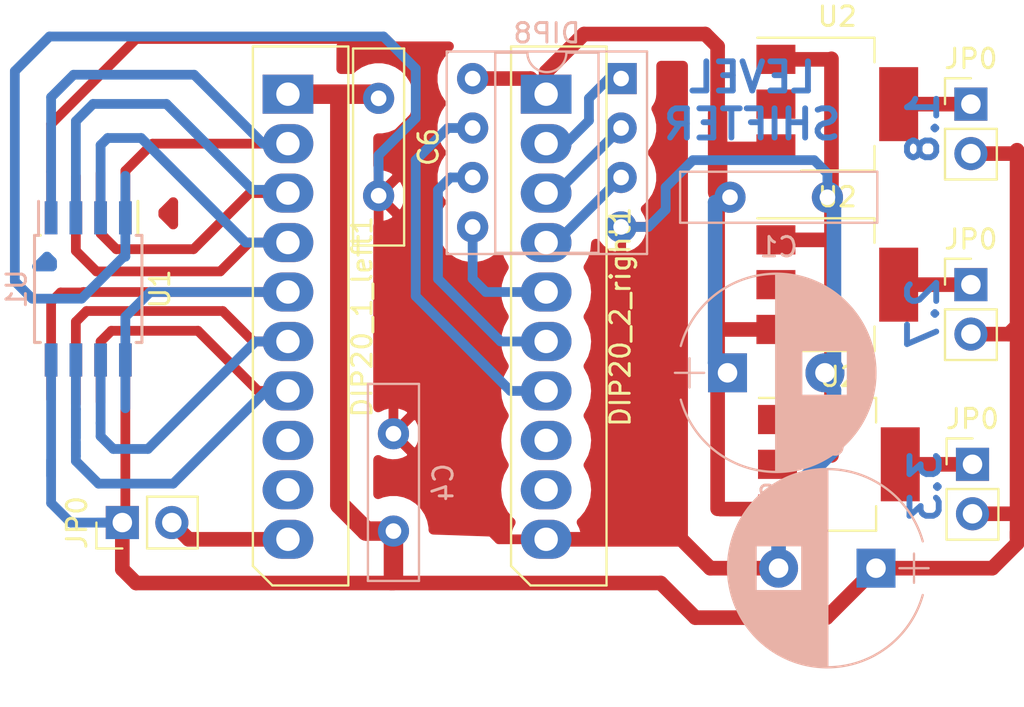
<source format=kicad_pcb>
(kicad_pcb (version 20171130) (host pcbnew 5.1.9)

  (general
    (thickness 1.6)
    (drawings 4)
    (tracks 223)
    (zones 0)
    (modules 17)
    (nets 17)
  )

  (page A4)
  (layers
    (0 F.Cu signal)
    (31 B.Cu signal)
    (32 B.Adhes user)
    (33 F.Adhes user)
    (34 B.Paste user)
    (35 F.Paste user)
    (36 B.SilkS user)
    (37 F.SilkS user)
    (38 B.Mask user)
    (39 F.Mask user)
    (40 Dwgs.User user)
    (41 Cmts.User user)
    (42 Eco1.User user)
    (43 Eco2.User user)
    (44 Edge.Cuts user)
    (45 Margin user)
    (46 B.CrtYd user)
    (47 F.CrtYd user)
    (48 B.Fab user)
    (49 F.Fab user)
  )

  (setup
    (last_trace_width 1)
    (user_trace_width 0.5)
    (user_trace_width 0.75)
    (user_trace_width 1)
    (trace_clearance 0.2)
    (zone_clearance 1)
    (zone_45_only no)
    (trace_min 0.2)
    (via_size 0.6)
    (via_drill 0.4)
    (via_min_size 0.4)
    (via_min_drill 0.3)
    (uvia_size 0.3)
    (uvia_drill 0.1)
    (uvias_allowed no)
    (uvia_min_size 0.2)
    (uvia_min_drill 0.1)
    (edge_width 0.1)
    (segment_width 0.2)
    (pcb_text_width 0.3)
    (pcb_text_size 1.5 1.5)
    (mod_edge_width 0.15)
    (mod_text_size 1 1)
    (mod_text_width 0.15)
    (pad_size 1.5 1.5)
    (pad_drill 0.6)
    (pad_to_mask_clearance 0)
    (aux_axis_origin 0 0)
    (visible_elements FFFFFF7F)
    (pcbplotparams
      (layerselection 0x00030_80000001)
      (usegerberextensions false)
      (usegerberattributes true)
      (usegerberadvancedattributes true)
      (creategerberjobfile true)
      (excludeedgelayer true)
      (linewidth 1.000000)
      (plotframeref false)
      (viasonmask false)
      (mode 1)
      (useauxorigin false)
      (hpglpennumber 1)
      (hpglpenspeed 20)
      (hpglpendiameter 15.000000)
      (psnegative false)
      (psa4output false)
      (plotreference true)
      (plotvalue true)
      (plotinvisibletext false)
      (padsonsilk false)
      (subtractmaskfromsilk false)
      (outputformat 1)
      (mirror false)
      (drillshape 1)
      (scaleselection 1)
      (outputdirectory ""))
  )

  (net 0 "")
  (net 1 "Net-(1V8_IN1-Pad1)")
  (net 2 "Net-(1V8_IN2-Pad1)")
  (net 3 "Net-(1V8_IN3-Pad1)")
  (net 4 "Net-(1V8_IN4-Pad1)")
  (net 5 "Net-(1V8_IN5-Pad1)")
  (net 6 "Net-(1V8_IN6-Pad1)")
  (net 7 "Net-(1V8_IN7-Pad1)")
  (net 8 "Net-(1V8_IN8-Pad1)")
  (net 9 "Net-(C1-Pad1)")
  (net 10 "Net-(DIP20_2_right1-Pad2)")
  (net 11 "Net-(DIP20_2_right1-Pad5)")
  (net 12 "Net-(DIP20_2_right1-Pad3)")
  (net 13 "Net-(DIP20_2_right1-Pad6)")
  (net 14 "Net-(DIP20_2_right1-Pad4)")
  (net 15 "Net-(DIP20_2_right1-Pad7)")
  (net 16 "Net-(DIP20_1_left1-Pad10)")

  (net_class Default "This is the default net class."
    (clearance 0.2)
    (trace_width 0.25)
    (via_dia 0.6)
    (via_drill 0.4)
    (uvia_dia 0.3)
    (uvia_drill 0.1)
    (add_net "Net-(1V8_IN1-Pad1)")
    (add_net "Net-(1V8_IN2-Pad1)")
    (add_net "Net-(1V8_IN3-Pad1)")
    (add_net "Net-(1V8_IN4-Pad1)")
    (add_net "Net-(1V8_IN5-Pad1)")
    (add_net "Net-(1V8_IN6-Pad1)")
    (add_net "Net-(1V8_IN7-Pad1)")
    (add_net "Net-(1V8_IN8-Pad1)")
    (add_net "Net-(C1-Pad1)")
    (add_net "Net-(DIP20_1_left1-Pad10)")
    (add_net "Net-(DIP20_2_right1-Pad2)")
    (add_net "Net-(DIP20_2_right1-Pad3)")
    (add_net "Net-(DIP20_2_right1-Pad4)")
    (add_net "Net-(DIP20_2_right1-Pad5)")
    (add_net "Net-(DIP20_2_right1-Pad6)")
    (add_net "Net-(DIP20_2_right1-Pad7)")
  )

  (module Housings_SOIC:SOIJ-8_5.3x5.3mm_Pitch1.27mm (layer B.Cu) (tedit 58CC8F64) (tstamp 602DCC87)
    (at 121.75 94.75 270)
    (descr "8-Lead Plastic Small Outline (SM) - Medium, 5.28 mm Body [SOIC] (see Microchip Packaging Specification 00000049BS.pdf)")
    (tags "SOIC 1.27")
    (path /5AAC5049)
    (attr smd)
    (fp_text reference U1 (at 0 3.68 270) (layer B.SilkS)
      (effects (font (size 1 1) (thickness 0.15)) (justify mirror))
    )
    (fp_text value 25LC_EEPROM (at 0 -3.68 270) (layer B.Fab)
      (effects (font (size 1 1) (thickness 0.15)) (justify mirror))
    )
    (fp_line (start -2.75 2.55) (end -4.5 2.55) (layer B.SilkS) (width 0.15))
    (fp_line (start -2.75 -2.755) (end 2.75 -2.755) (layer B.SilkS) (width 0.15))
    (fp_line (start -2.75 2.755) (end 2.75 2.755) (layer B.SilkS) (width 0.15))
    (fp_line (start -2.75 -2.755) (end -2.75 -2.455) (layer B.SilkS) (width 0.15))
    (fp_line (start 2.75 -2.755) (end 2.75 -2.455) (layer B.SilkS) (width 0.15))
    (fp_line (start 2.75 2.755) (end 2.75 2.455) (layer B.SilkS) (width 0.15))
    (fp_line (start -2.75 2.755) (end -2.75 2.55) (layer B.SilkS) (width 0.15))
    (fp_line (start -4.75 -2.95) (end 4.75 -2.95) (layer B.CrtYd) (width 0.05))
    (fp_line (start -4.75 2.95) (end 4.75 2.95) (layer B.CrtYd) (width 0.05))
    (fp_line (start 4.75 2.95) (end 4.75 -2.95) (layer B.CrtYd) (width 0.05))
    (fp_line (start -4.75 2.95) (end -4.75 -2.95) (layer B.CrtYd) (width 0.05))
    (fp_line (start -2.65 1.65) (end -1.65 2.65) (layer B.Fab) (width 0.15))
    (fp_line (start -2.65 -2.65) (end -2.65 1.65) (layer B.Fab) (width 0.15))
    (fp_line (start 2.65 -2.65) (end -2.65 -2.65) (layer B.Fab) (width 0.15))
    (fp_line (start 2.65 2.65) (end 2.65 -2.65) (layer B.Fab) (width 0.15))
    (fp_line (start -1.65 2.65) (end 2.65 2.65) (layer B.Fab) (width 0.15))
    (fp_text user %R (at 0 0 270) (layer B.Fab)
      (effects (font (size 1 1) (thickness 0.15)) (justify mirror))
    )
    (pad 8 smd rect (at 3.65 1.905 270) (size 1.7 0.65) (layers B.Cu B.Paste B.Mask))
    (pad 7 smd rect (at 3.65 0.635 270) (size 1.7 0.65) (layers B.Cu B.Paste B.Mask))
    (pad 6 smd rect (at 3.65 -0.635 270) (size 1.7 0.65) (layers B.Cu B.Paste B.Mask))
    (pad 5 smd rect (at 3.65 -1.905 270) (size 1.7 0.65) (layers B.Cu B.Paste B.Mask))
    (pad 4 smd rect (at -3.65 -1.905 270) (size 1.7 0.65) (layers B.Cu B.Paste B.Mask))
    (pad 3 smd rect (at -3.65 -0.635 270) (size 1.7 0.65) (layers B.Cu B.Paste B.Mask))
    (pad 2 smd rect (at -3.65 0.635 270) (size 1.7 0.65) (layers B.Cu B.Paste B.Mask))
    (pad 1 smd rect (at -3.65 1.905 270) (size 1.7 0.65) (layers B.Cu B.Paste B.Mask))
    (model ${KISYS3DMOD}/Housings_SOIC.3dshapes/SOIJ-8_5.3x5.3mm_Pitch1.27mm.wrl
      (at (xyz 0 0 0))
      (scale (xyz 1 1 1))
      (rotate (xyz 0 0 0))
    )
  )

  (module Pin_Headers:Pin_Header_Straight_1x02_Pitch2.54mm (layer F.Cu) (tedit 5AC69C6B) (tstamp 602D9F28)
    (at 167.05 85.261)
    (descr "Through hole straight pin header, 1x02, 2.54mm pitch, single row")
    (tags "Through hole pin header THT 1x02 2.54mm single row")
    (path /5ABF88A2)
    (fp_text reference JP0 (at 0 -2.33) (layer F.SilkS)
      (effects (font (size 1 1) (thickness 0.15)))
    )
    (fp_text value nc (at 0 4.87) (layer F.Fab)
      (effects (font (size 1 1) (thickness 0.15)))
    )
    (fp_line (start 1.8 -1.8) (end -1.8 -1.8) (layer F.CrtYd) (width 0.05))
    (fp_line (start 1.8 4.35) (end 1.8 -1.8) (layer F.CrtYd) (width 0.05))
    (fp_line (start -1.8 4.35) (end 1.8 4.35) (layer F.CrtYd) (width 0.05))
    (fp_line (start -1.8 -1.8) (end -1.8 4.35) (layer F.CrtYd) (width 0.05))
    (fp_line (start -1.33 -1.33) (end 0 -1.33) (layer F.SilkS) (width 0.12))
    (fp_line (start -1.33 0) (end -1.33 -1.33) (layer F.SilkS) (width 0.12))
    (fp_line (start -1.33 1.27) (end 1.33 1.27) (layer F.SilkS) (width 0.12))
    (fp_line (start 1.33 1.27) (end 1.33 3.87) (layer F.SilkS) (width 0.12))
    (fp_line (start -1.33 1.27) (end -1.33 3.87) (layer F.SilkS) (width 0.12))
    (fp_line (start -1.33 3.87) (end 1.33 3.87) (layer F.SilkS) (width 0.12))
    (fp_line (start -1.27 -0.635) (end -0.635 -1.27) (layer F.Fab) (width 0.1))
    (fp_line (start -1.27 3.81) (end -1.27 -0.635) (layer F.Fab) (width 0.1))
    (fp_line (start 1.27 3.81) (end -1.27 3.81) (layer F.Fab) (width 0.1))
    (fp_line (start 1.27 -1.27) (end 1.27 3.81) (layer F.Fab) (width 0.1))
    (fp_line (start -0.635 -1.27) (end 1.27 -1.27) (layer F.Fab) (width 0.1))
    (fp_text user %R (at -2.75 6.25 -90) (layer F.Fab)
      (effects (font (size 1 1) (thickness 0.15)))
    )
    (pad 1 thru_hole rect (at 0 0) (size 1.7 1.7) (drill 1) (layers *.Cu *.Mask))
    (pad 2 thru_hole oval (at 0 2.54) (size 1.7 1.7) (drill 1) (layers *.Cu *.Mask))
    (model ${KISYS3DMOD}/Pin_Headers.3dshapes/Pin_Header_Straight_1x02_Pitch2.54mm.wrl
      (at (xyz 0 0 0))
      (scale (xyz 1 1 1))
      (rotate (xyz 0 0 0))
    )
  )

  (module TO_SOT_Packages_SMD:SOT-223-3_TabPin2 (layer F.Cu) (tedit 5AC1CEAD) (tstamp 602D9F13)
    (at 160.192 85.261)
    (descr "module CMS SOT223 4 pins")
    (tags "CMS SOT")
    (path /5AB93D6E)
    (attr smd)
    (fp_text reference U2 (at 0 -4.5 180) (layer F.SilkS)
      (effects (font (size 1 1) (thickness 0.15)))
    )
    (fp_text value LD1117S18TR_SOT223 (at 0 4.5 180) (layer F.Fab)
      (effects (font (size 1 1) (thickness 0.15)))
    )
    (fp_line (start 1.85 -3.35) (end 1.85 3.35) (layer F.Fab) (width 0.1))
    (fp_line (start -1.85 3.35) (end 1.85 3.35) (layer F.Fab) (width 0.1))
    (fp_line (start -4.1 -3.41) (end 1.91 -3.41) (layer F.SilkS) (width 0.12))
    (fp_line (start -0.85 -3.35) (end 1.85 -3.35) (layer F.Fab) (width 0.1))
    (fp_line (start -1.85 3.41) (end 1.91 3.41) (layer F.SilkS) (width 0.12))
    (fp_line (start -1.85 -2.35) (end -1.85 3.35) (layer F.Fab) (width 0.1))
    (fp_line (start -1.85 -2.35) (end -0.85 -3.35) (layer F.Fab) (width 0.1))
    (fp_line (start -4.4 -3.6) (end -4.4 3.6) (layer F.CrtYd) (width 0.05))
    (fp_line (start -4.4 3.6) (end 4.4 3.6) (layer F.CrtYd) (width 0.05))
    (fp_line (start 4.4 3.6) (end 4.4 -3.6) (layer F.CrtYd) (width 0.05))
    (fp_line (start 4.4 -3.6) (end -4.4 -3.6) (layer F.CrtYd) (width 0.05))
    (fp_line (start 1.91 -3.41) (end 1.91 -2.15) (layer F.SilkS) (width 0.12))
    (fp_line (start 1.91 3.41) (end 1.91 2.15) (layer F.SilkS) (width 0.12))
    (fp_text user %R (at 0 0 -270) (layer F.Fab)
      (effects (font (size 0.8 0.8) (thickness 0.12)))
    )
    (pad 1 smd rect (at -3.15 -2.3) (size 2 1.5) (layers F.Cu F.Paste F.Mask))
    (pad 3 smd rect (at -3.15 2.3) (size 2 1.5) (layers F.Cu F.Paste F.Mask))
    (pad 2 smd rect (at -3.15 0) (size 2 1.5) (layers F.Cu F.Paste F.Mask))
    (pad 2 smd rect (at 3.15 0) (size 2 3.8) (layers F.Cu F.Paste F.Mask))
    (model ${KISYS3DMOD}/TO_SOT_Packages_SMD.3dshapes/SOT-223.wrl
      (at (xyz 0 0 0))
      (scale (xyz 1 1 1))
      (rotate (xyz 0 0 0))
    )
  )

  (module Pin_Headers:Pin_Header_Straight_1x02_Pitch2.54mm (layer F.Cu) (tedit 5AC69C6B) (tstamp 602D9F28)
    (at 167.05 94.532)
    (descr "Through hole straight pin header, 1x02, 2.54mm pitch, single row")
    (tags "Through hole pin header THT 1x02 2.54mm single row")
    (path /5ABF88A2)
    (fp_text reference JP0 (at 0 -2.33) (layer F.SilkS)
      (effects (font (size 1 1) (thickness 0.15)))
    )
    (fp_text value nc (at 0 4.87) (layer F.Fab)
      (effects (font (size 1 1) (thickness 0.15)))
    )
    (fp_line (start 1.8 -1.8) (end -1.8 -1.8) (layer F.CrtYd) (width 0.05))
    (fp_line (start 1.8 4.35) (end 1.8 -1.8) (layer F.CrtYd) (width 0.05))
    (fp_line (start -1.8 4.35) (end 1.8 4.35) (layer F.CrtYd) (width 0.05))
    (fp_line (start -1.8 -1.8) (end -1.8 4.35) (layer F.CrtYd) (width 0.05))
    (fp_line (start -1.33 -1.33) (end 0 -1.33) (layer F.SilkS) (width 0.12))
    (fp_line (start -1.33 0) (end -1.33 -1.33) (layer F.SilkS) (width 0.12))
    (fp_line (start -1.33 1.27) (end 1.33 1.27) (layer F.SilkS) (width 0.12))
    (fp_line (start 1.33 1.27) (end 1.33 3.87) (layer F.SilkS) (width 0.12))
    (fp_line (start -1.33 1.27) (end -1.33 3.87) (layer F.SilkS) (width 0.12))
    (fp_line (start -1.33 3.87) (end 1.33 3.87) (layer F.SilkS) (width 0.12))
    (fp_line (start -1.27 -0.635) (end -0.635 -1.27) (layer F.Fab) (width 0.1))
    (fp_line (start -1.27 3.81) (end -1.27 -0.635) (layer F.Fab) (width 0.1))
    (fp_line (start 1.27 3.81) (end -1.27 3.81) (layer F.Fab) (width 0.1))
    (fp_line (start 1.27 -1.27) (end 1.27 3.81) (layer F.Fab) (width 0.1))
    (fp_line (start -0.635 -1.27) (end 1.27 -1.27) (layer F.Fab) (width 0.1))
    (fp_text user %R (at -2.75 6.25 -90) (layer F.Fab)
      (effects (font (size 1 1) (thickness 0.15)))
    )
    (pad 1 thru_hole rect (at 0 0) (size 1.7 1.7) (drill 1) (layers *.Cu *.Mask))
    (pad 2 thru_hole oval (at 0 2.54) (size 1.7 1.7) (drill 1) (layers *.Cu *.Mask))
    (model ${KISYS3DMOD}/Pin_Headers.3dshapes/Pin_Header_Straight_1x02_Pitch2.54mm.wrl
      (at (xyz 0 0 0))
      (scale (xyz 1 1 1))
      (rotate (xyz 0 0 0))
    )
  )

  (module TO_SOT_Packages_SMD:SOT-223-3_TabPin2 (layer F.Cu) (tedit 5AC1CEAD) (tstamp 602D9F13)
    (at 160.192 94.532)
    (descr "module CMS SOT223 4 pins")
    (tags "CMS SOT")
    (path /5AB93D6E)
    (attr smd)
    (fp_text reference U2 (at 0 -4.5 180) (layer F.SilkS)
      (effects (font (size 1 1) (thickness 0.15)))
    )
    (fp_text value LD1117S18TR_SOT223 (at 0 4.5 180) (layer F.Fab)
      (effects (font (size 1 1) (thickness 0.15)))
    )
    (fp_line (start 1.85 -3.35) (end 1.85 3.35) (layer F.Fab) (width 0.1))
    (fp_line (start -1.85 3.35) (end 1.85 3.35) (layer F.Fab) (width 0.1))
    (fp_line (start -4.1 -3.41) (end 1.91 -3.41) (layer F.SilkS) (width 0.12))
    (fp_line (start -0.85 -3.35) (end 1.85 -3.35) (layer F.Fab) (width 0.1))
    (fp_line (start -1.85 3.41) (end 1.91 3.41) (layer F.SilkS) (width 0.12))
    (fp_line (start -1.85 -2.35) (end -1.85 3.35) (layer F.Fab) (width 0.1))
    (fp_line (start -1.85 -2.35) (end -0.85 -3.35) (layer F.Fab) (width 0.1))
    (fp_line (start -4.4 -3.6) (end -4.4 3.6) (layer F.CrtYd) (width 0.05))
    (fp_line (start -4.4 3.6) (end 4.4 3.6) (layer F.CrtYd) (width 0.05))
    (fp_line (start 4.4 3.6) (end 4.4 -3.6) (layer F.CrtYd) (width 0.05))
    (fp_line (start 4.4 -3.6) (end -4.4 -3.6) (layer F.CrtYd) (width 0.05))
    (fp_line (start 1.91 -3.41) (end 1.91 -2.15) (layer F.SilkS) (width 0.12))
    (fp_line (start 1.91 3.41) (end 1.91 2.15) (layer F.SilkS) (width 0.12))
    (fp_text user %R (at 0 0 -270) (layer F.Fab)
      (effects (font (size 0.8 0.8) (thickness 0.12)))
    )
    (pad 1 smd rect (at -3.15 -2.3) (size 2 1.5) (layers F.Cu F.Paste F.Mask))
    (pad 3 smd rect (at -3.15 2.3) (size 2 1.5) (layers F.Cu F.Paste F.Mask))
    (pad 2 smd rect (at -3.15 0) (size 2 1.5) (layers F.Cu F.Paste F.Mask))
    (pad 2 smd rect (at 3.15 0) (size 2 3.8) (layers F.Cu F.Paste F.Mask))
    (model ${KISYS3DMOD}/TO_SOT_Packages_SMD.3dshapes/SOT-223.wrl
      (at (xyz 0 0 0))
      (scale (xyz 1 1 1))
      (rotate (xyz 0 0 0))
    )
  )

  (module Pin_Headers:Pin_Header_Straight_1x02_Pitch2.54mm (layer F.Cu) (tedit 5AC69C6B) (tstamp 602D9AE6)
    (at 167.132 103.759)
    (descr "Through hole straight pin header, 1x02, 2.54mm pitch, single row")
    (tags "Through hole pin header THT 1x02 2.54mm single row")
    (path /5ABF88A2)
    (fp_text reference JP0 (at 0 -2.33) (layer F.SilkS)
      (effects (font (size 1 1) (thickness 0.15)))
    )
    (fp_text value nc (at 0 4.87) (layer F.Fab)
      (effects (font (size 1 1) (thickness 0.15)))
    )
    (fp_line (start 1.8 -1.8) (end -1.8 -1.8) (layer F.CrtYd) (width 0.05))
    (fp_line (start 1.8 4.35) (end 1.8 -1.8) (layer F.CrtYd) (width 0.05))
    (fp_line (start -1.8 4.35) (end 1.8 4.35) (layer F.CrtYd) (width 0.05))
    (fp_line (start -1.8 -1.8) (end -1.8 4.35) (layer F.CrtYd) (width 0.05))
    (fp_line (start -1.33 -1.33) (end 0 -1.33) (layer F.SilkS) (width 0.12))
    (fp_line (start -1.33 0) (end -1.33 -1.33) (layer F.SilkS) (width 0.12))
    (fp_line (start -1.33 1.27) (end 1.33 1.27) (layer F.SilkS) (width 0.12))
    (fp_line (start 1.33 1.27) (end 1.33 3.87) (layer F.SilkS) (width 0.12))
    (fp_line (start -1.33 1.27) (end -1.33 3.87) (layer F.SilkS) (width 0.12))
    (fp_line (start -1.33 3.87) (end 1.33 3.87) (layer F.SilkS) (width 0.12))
    (fp_line (start -1.27 -0.635) (end -0.635 -1.27) (layer F.Fab) (width 0.1))
    (fp_line (start -1.27 3.81) (end -1.27 -0.635) (layer F.Fab) (width 0.1))
    (fp_line (start 1.27 3.81) (end -1.27 3.81) (layer F.Fab) (width 0.1))
    (fp_line (start 1.27 -1.27) (end 1.27 3.81) (layer F.Fab) (width 0.1))
    (fp_line (start -0.635 -1.27) (end 1.27 -1.27) (layer F.Fab) (width 0.1))
    (fp_text user %R (at -2.75 6.25 -90) (layer F.Fab)
      (effects (font (size 1 1) (thickness 0.15)))
    )
    (pad 2 thru_hole oval (at 0 2.54) (size 1.7 1.7) (drill 1) (layers *.Cu *.Mask))
    (pad 1 thru_hole rect (at 0 0) (size 1.7 1.7) (drill 1) (layers *.Cu *.Mask))
    (model ${KISYS3DMOD}/Pin_Headers.3dshapes/Pin_Header_Straight_1x02_Pitch2.54mm.wrl
      (at (xyz 0 0 0))
      (scale (xyz 1 1 1))
      (rotate (xyz 0 0 0))
    )
  )

  (module Housings_DIP:DIP-8_W7.62mm_Socket (layer B.Cu) (tedit 59C78D6B) (tstamp 5ABE8555)
    (at 149.098 83.947 180)
    (descr "8-lead though-hole mounted DIP package, row spacing 7.62 mm (300 mils), Socket")
    (tags "THT DIP DIL PDIP 2.54mm 7.62mm 300mil Socket")
    (path /5ABEBE9C)
    (fp_text reference DIP8 (at 3.81 2.33) (layer B.SilkS)
      (effects (font (size 1 1) (thickness 0.15)) (justify mirror))
    )
    (fp_text value connector_to_programmer (at 3.81 -9.95) (layer B.Fab)
      (effects (font (size 1 1) (thickness 0.15)) (justify mirror))
    )
    (fp_line (start 9.15 1.6) (end -1.55 1.6) (layer B.CrtYd) (width 0.05))
    (fp_line (start 9.15 -9.2) (end 9.15 1.6) (layer B.CrtYd) (width 0.05))
    (fp_line (start -1.55 -9.2) (end 9.15 -9.2) (layer B.CrtYd) (width 0.05))
    (fp_line (start -1.55 1.6) (end -1.55 -9.2) (layer B.CrtYd) (width 0.05))
    (fp_line (start 8.95 1.39) (end -1.33 1.39) (layer B.SilkS) (width 0.12))
    (fp_line (start 8.95 -9.01) (end 8.95 1.39) (layer B.SilkS) (width 0.12))
    (fp_line (start -1.33 -9.01) (end 8.95 -9.01) (layer B.SilkS) (width 0.12))
    (fp_line (start -1.33 1.39) (end -1.33 -9.01) (layer B.SilkS) (width 0.12))
    (fp_line (start 6.46 1.33) (end 4.81 1.33) (layer B.SilkS) (width 0.12))
    (fp_line (start 6.46 -8.95) (end 6.46 1.33) (layer B.SilkS) (width 0.12))
    (fp_line (start 1.16 -8.95) (end 6.46 -8.95) (layer B.SilkS) (width 0.12))
    (fp_line (start 1.16 1.33) (end 1.16 -8.95) (layer B.SilkS) (width 0.12))
    (fp_line (start 2.81 1.33) (end 1.16 1.33) (layer B.SilkS) (width 0.12))
    (fp_line (start 8.89 1.33) (end -1.27 1.33) (layer B.Fab) (width 0.1))
    (fp_line (start 8.89 -8.95) (end 8.89 1.33) (layer B.Fab) (width 0.1))
    (fp_line (start -1.27 -8.95) (end 8.89 -8.95) (layer B.Fab) (width 0.1))
    (fp_line (start -1.27 1.33) (end -1.27 -8.95) (layer B.Fab) (width 0.1))
    (fp_line (start 0.635 0.27) (end 1.635 1.27) (layer B.Fab) (width 0.1))
    (fp_line (start 0.635 -8.89) (end 0.635 0.27) (layer B.Fab) (width 0.1))
    (fp_line (start 6.985 -8.89) (end 0.635 -8.89) (layer B.Fab) (width 0.1))
    (fp_line (start 6.985 1.27) (end 6.985 -8.89) (layer B.Fab) (width 0.1))
    (fp_line (start 1.635 1.27) (end 6.985 1.27) (layer B.Fab) (width 0.1))
    (fp_arc (start 3.81 1.33) (end 2.81 1.33) (angle 180) (layer B.SilkS) (width 0.12))
    (fp_text user %R (at 3.81 -3.81) (layer B.Fab)
      (effects (font (size 1 1) (thickness 0.15)) (justify mirror))
    )
    (pad 1 thru_hole rect (at 0 0 180) (size 1.6 1.6) (drill 0.8) (layers *.Cu *.Mask)
      (net 10 "Net-(DIP20_2_right1-Pad2)"))
    (pad 5 thru_hole oval (at 7.62 -7.62 180) (size 1.6 1.6) (drill 0.8) (layers *.Cu *.Mask)
      (net 11 "Net-(DIP20_2_right1-Pad5)"))
    (pad 2 thru_hole oval (at 0 -2.54 180) (size 1.6 1.6) (drill 0.8) (layers *.Cu *.Mask)
      (net 12 "Net-(DIP20_2_right1-Pad3)"))
    (pad 6 thru_hole oval (at 7.62 -5.08 180) (size 1.6 1.6) (drill 0.8) (layers *.Cu *.Mask)
      (net 13 "Net-(DIP20_2_right1-Pad6)"))
    (pad 3 thru_hole oval (at 0 -5.08 180) (size 1.6 1.6) (drill 0.8) (layers *.Cu *.Mask)
      (net 14 "Net-(DIP20_2_right1-Pad4)"))
    (pad 7 thru_hole oval (at 7.62 -2.54 180) (size 1.6 1.6) (drill 0.8) (layers *.Cu *.Mask)
      (net 15 "Net-(DIP20_2_right1-Pad7)"))
    (pad 4 thru_hole oval (at 0 -7.62 180) (size 1.6 1.6) (drill 0.8) (layers *.Cu *.Mask)
      (net 4 "Net-(1V8_IN4-Pad1)"))
    (pad 8 thru_hole oval (at 7.62 0 180) (size 1.6 1.6) (drill 0.8) (layers *.Cu *.Mask)
      (net 9 "Net-(C1-Pad1)"))
    (model ${KISYS3DMOD}/Housings_DIP.3dshapes/DIP-8_W7.62mm_Socket.wrl
      (at (xyz 0 0 0))
      (scale (xyz 1 1 1))
      (rotate (xyz 0 0 0))
    )
  )

  (module Connectors_Molex:Molex_SPOX-5267_22-03-5105_10x2.54mm_Straight (layer F.Cu) (tedit 588F22AE) (tstamp 5ABE8571)
    (at 132 84.75 270)
    (descr "Connector Headers with Friction Lock, 22-03-5105, http://www.molex.com/pdm_docs/ps/PS-5264-001-001.pdf")
    (tags "connector molex SPOX 5267 22-03-5105")
    (path /5ABEBD6D)
    (fp_text reference DIP20_1_left1 (at 11.43 -3.81 270) (layer F.SilkS)
      (effects (font (size 1 1) (thickness 0.15)))
    )
    (fp_text value connector_to_TXS0108E_1V8 (at 11.43 2.54 270) (layer F.Fab)
      (effects (font (size 1 1) (thickness 0.15)))
    )
    (fp_line (start -2.35 -3) (end -2.35 1.7) (layer F.Fab) (width 0.1))
    (fp_line (start -2.35 1.7) (end 24.13 1.7) (layer F.Fab) (width 0.1))
    (fp_line (start 24.13 1.7) (end 25.13 0.7) (layer F.Fab) (width 0.1))
    (fp_line (start 25.13 0.7) (end 25.13 -3) (layer F.Fab) (width 0.1))
    (fp_line (start 25.13 -3) (end -2.35 -3) (layer F.Fab) (width 0.1))
    (fp_line (start 25.28 1.85) (end -2.5 1.85) (layer F.CrtYd) (width 0.05))
    (fp_line (start 25.28 -3.15) (end 25.28 1.85) (layer F.CrtYd) (width 0.05))
    (fp_line (start -2.5 -3.15) (end 25.28 -3.15) (layer F.CrtYd) (width 0.05))
    (fp_line (start -2.5 1.85) (end -2.5 -3.15) (layer F.CrtYd) (width 0.05))
    (fp_line (start 25.23 -3.1) (end -2.45 -3.1) (layer F.SilkS) (width 0.12))
    (fp_line (start 25.23 0.8) (end 25.23 -3.1) (layer F.SilkS) (width 0.12))
    (fp_line (start -2.45 1.8) (end 24.23 1.8) (layer F.SilkS) (width 0.12))
    (fp_line (start -2.45 -3.1) (end -2.45 1.8) (layer F.SilkS) (width 0.12))
    (fp_line (start 24.23 1.8) (end 25.23 0.8) (layer F.SilkS) (width 0.12))
    (pad 1 thru_hole rect (at 0 0 270) (size 2 2.6) (drill 1.2) (layers *.Cu *.Mask)
      (net 8 "Net-(1V8_IN8-Pad1)"))
    (pad 2 thru_hole oval (at 2.54 0 270) (size 2 2.6) (drill 1.2) (layers *.Cu *.Mask)
      (net 1 "Net-(1V8_IN1-Pad1)"))
    (pad 3 thru_hole oval (at 5.08 0 270) (size 2 2.6) (drill 1.2) (layers *.Cu *.Mask)
      (net 2 "Net-(1V8_IN2-Pad1)"))
    (pad 4 thru_hole oval (at 7.62 0 270) (size 2 2.6) (drill 1.2) (layers *.Cu *.Mask)
      (net 3 "Net-(1V8_IN3-Pad1)"))
    (pad 5 thru_hole oval (at 10.16 0 270) (size 2 2.6) (drill 1.2) (layers *.Cu *.Mask)
      (net 5 "Net-(1V8_IN5-Pad1)"))
    (pad 6 thru_hole oval (at 12.7 0 270) (size 2 2.6) (drill 1.2) (layers *.Cu *.Mask)
      (net 6 "Net-(1V8_IN6-Pad1)"))
    (pad 7 thru_hole oval (at 15.24 0 270) (size 2 2.6) (drill 1.2) (layers *.Cu *.Mask)
      (net 7 "Net-(1V8_IN7-Pad1)"))
    (pad 8 thru_hole oval (at 17.78 0 270) (size 2 2.6) (drill 1.2) (layers *.Cu *.Mask))
    (pad 9 thru_hole oval (at 20.32 0 270) (size 2 2.6) (drill 1.2) (layers *.Cu *.Mask))
    (pad 10 thru_hole oval (at 22.86 0 270) (size 2 2.6) (drill 1.2) (layers *.Cu *.Mask)
      (net 16 "Net-(DIP20_1_left1-Pad10)"))
    (model ${KISYS3DMOD}/Connectors_Molex.3dshapes/Molex_SPOX-5267_22-03-5105_10x2.54mm_Straight.wrl
      (offset (xyz 11.42999982833862 0.5999987909889222 2.899994156446457))
      (scale (xyz 1 1 1))
      (rotate (xyz -90 0 180))
    )
  )

  (module Connectors_Molex:Molex_SPOX-5267_22-03-5105_10x2.54mm_Straight (layer F.Cu) (tedit 588F22AE) (tstamp 5ABE858D)
    (at 145.25 84.75 270)
    (descr "Connector Headers with Friction Lock, 22-03-5105, http://www.molex.com/pdm_docs/ps/PS-5264-001-001.pdf")
    (tags "connector molex SPOX 5267 22-03-5105")
    (path /5ABEAD68)
    (fp_text reference DIP20_2_right1 (at 11.43 -3.81 270) (layer F.SilkS)
      (effects (font (size 1 1) (thickness 0.15)))
    )
    (fp_text value connector_to_TXS0108E_3V3 (at 11.43 2.54 270) (layer F.Fab)
      (effects (font (size 1 1) (thickness 0.15)))
    )
    (fp_line (start -2.35 -3) (end -2.35 1.7) (layer F.Fab) (width 0.1))
    (fp_line (start -2.35 1.7) (end 24.13 1.7) (layer F.Fab) (width 0.1))
    (fp_line (start 24.13 1.7) (end 25.13 0.7) (layer F.Fab) (width 0.1))
    (fp_line (start 25.13 0.7) (end 25.13 -3) (layer F.Fab) (width 0.1))
    (fp_line (start 25.13 -3) (end -2.35 -3) (layer F.Fab) (width 0.1))
    (fp_line (start 25.28 1.85) (end -2.5 1.85) (layer F.CrtYd) (width 0.05))
    (fp_line (start 25.28 -3.15) (end 25.28 1.85) (layer F.CrtYd) (width 0.05))
    (fp_line (start -2.5 -3.15) (end 25.28 -3.15) (layer F.CrtYd) (width 0.05))
    (fp_line (start -2.5 1.85) (end -2.5 -3.15) (layer F.CrtYd) (width 0.05))
    (fp_line (start 25.23 -3.1) (end -2.45 -3.1) (layer F.SilkS) (width 0.12))
    (fp_line (start 25.23 0.8) (end 25.23 -3.1) (layer F.SilkS) (width 0.12))
    (fp_line (start -2.45 1.8) (end 24.23 1.8) (layer F.SilkS) (width 0.12))
    (fp_line (start -2.45 -3.1) (end -2.45 1.8) (layer F.SilkS) (width 0.12))
    (fp_line (start 24.23 1.8) (end 25.23 0.8) (layer F.SilkS) (width 0.12))
    (pad 1 thru_hole rect (at 0 0 270) (size 2 2.6) (drill 1.2) (layers *.Cu *.Mask)
      (net 9 "Net-(C1-Pad1)"))
    (pad 2 thru_hole oval (at 2.54 0 270) (size 2 2.6) (drill 1.2) (layers *.Cu *.Mask)
      (net 10 "Net-(DIP20_2_right1-Pad2)"))
    (pad 3 thru_hole oval (at 5.08 0 270) (size 2 2.6) (drill 1.2) (layers *.Cu *.Mask)
      (net 12 "Net-(DIP20_2_right1-Pad3)"))
    (pad 4 thru_hole oval (at 7.62 0 270) (size 2 2.6) (drill 1.2) (layers *.Cu *.Mask)
      (net 14 "Net-(DIP20_2_right1-Pad4)"))
    (pad 5 thru_hole oval (at 10.16 0 270) (size 2 2.6) (drill 1.2) (layers *.Cu *.Mask)
      (net 11 "Net-(DIP20_2_right1-Pad5)"))
    (pad 6 thru_hole oval (at 12.7 0 270) (size 2 2.6) (drill 1.2) (layers *.Cu *.Mask)
      (net 13 "Net-(DIP20_2_right1-Pad6)"))
    (pad 7 thru_hole oval (at 15.24 0 270) (size 2 2.6) (drill 1.2) (layers *.Cu *.Mask)
      (net 15 "Net-(DIP20_2_right1-Pad7)"))
    (pad 8 thru_hole oval (at 17.78 0 270) (size 2 2.6) (drill 1.2) (layers *.Cu *.Mask))
    (pad 9 thru_hole oval (at 20.32 0 270) (size 2 2.6) (drill 1.2) (layers *.Cu *.Mask))
    (pad 10 thru_hole oval (at 22.86 0 270) (size 2 2.6) (drill 1.2) (layers *.Cu *.Mask)
      (net 4 "Net-(1V8_IN4-Pad1)"))
    (model ${KISYS3DMOD}/Connectors_Molex.3dshapes/Molex_SPOX-5267_22-03-5105_10x2.54mm_Straight.wrl
      (offset (xyz 11.42999982833862 0.5999987909889222 2.899994156446457))
      (scale (xyz 1 1 1))
      (rotate (xyz -90 0 180))
    )
  )

  (module Housings_SOIC:SOIJ-8_5.3x5.3mm_Pitch1.27mm (layer F.Cu) (tedit 58CC8F64) (tstamp 5ABE85D6)
    (at 121.75 94.75 270)
    (descr "8-Lead Plastic Small Outline (SM) - Medium, 5.28 mm Body [SOIC] (see Microchip Packaging Specification 00000049BS.pdf)")
    (tags "SOIC 1.27")
    (path /5AAC5049)
    (attr smd)
    (fp_text reference U1 (at 0 -3.68 90) (layer F.SilkS)
      (effects (font (size 1 1) (thickness 0.15)))
    )
    (fp_text value 25LC_EEPROM (at 0 3.68 90) (layer F.Fab)
      (effects (font (size 1 1) (thickness 0.15)))
    )
    (fp_line (start -2.75 -2.55) (end -4.5 -2.55) (layer F.SilkS) (width 0.15))
    (fp_line (start -2.75 2.755) (end 2.75 2.755) (layer F.SilkS) (width 0.15))
    (fp_line (start -2.75 -2.755) (end 2.75 -2.755) (layer F.SilkS) (width 0.15))
    (fp_line (start -2.75 2.755) (end -2.75 2.455) (layer F.SilkS) (width 0.15))
    (fp_line (start 2.75 2.755) (end 2.75 2.455) (layer F.SilkS) (width 0.15))
    (fp_line (start 2.75 -2.755) (end 2.75 -2.455) (layer F.SilkS) (width 0.15))
    (fp_line (start -2.75 -2.755) (end -2.75 -2.55) (layer F.SilkS) (width 0.15))
    (fp_line (start -4.75 2.95) (end 4.75 2.95) (layer F.CrtYd) (width 0.05))
    (fp_line (start -4.75 -2.95) (end 4.75 -2.95) (layer F.CrtYd) (width 0.05))
    (fp_line (start 4.75 -2.95) (end 4.75 2.95) (layer F.CrtYd) (width 0.05))
    (fp_line (start -4.75 -2.95) (end -4.75 2.95) (layer F.CrtYd) (width 0.05))
    (fp_line (start -2.65 -1.65) (end -1.65 -2.65) (layer F.Fab) (width 0.15))
    (fp_line (start -2.65 2.65) (end -2.65 -1.65) (layer F.Fab) (width 0.15))
    (fp_line (start 2.65 2.65) (end -2.65 2.65) (layer F.Fab) (width 0.15))
    (fp_line (start 2.65 -2.65) (end 2.65 2.65) (layer F.Fab) (width 0.15))
    (fp_line (start -1.65 -2.65) (end 2.65 -2.65) (layer F.Fab) (width 0.15))
    (fp_text user %R (at 0 0 90) (layer F.Fab)
      (effects (font (size 1 1) (thickness 0.15)))
    )
    (pad 1 smd rect (at -3.65 -1.905 270) (size 1.7 0.65) (layers F.Cu F.Paste F.Mask)
      (net 1 "Net-(1V8_IN1-Pad1)"))
    (pad 2 smd rect (at -3.65 -0.635 270) (size 1.7 0.65) (layers F.Cu F.Paste F.Mask)
      (net 2 "Net-(1V8_IN2-Pad1)"))
    (pad 3 smd rect (at -3.65 0.635 270) (size 1.7 0.65) (layers F.Cu F.Paste F.Mask)
      (net 3 "Net-(1V8_IN3-Pad1)"))
    (pad 4 smd rect (at -3.65 1.905 270) (size 1.7 0.65) (layers F.Cu F.Paste F.Mask)
      (net 4 "Net-(1V8_IN4-Pad1)"))
    (pad 5 smd rect (at 3.65 1.905 270) (size 1.7 0.65) (layers F.Cu F.Paste F.Mask)
      (net 5 "Net-(1V8_IN5-Pad1)"))
    (pad 6 smd rect (at 3.65 0.635 270) (size 1.7 0.65) (layers F.Cu F.Paste F.Mask)
      (net 6 "Net-(1V8_IN6-Pad1)"))
    (pad 7 smd rect (at 3.65 -0.635 270) (size 1.7 0.65) (layers F.Cu F.Paste F.Mask)
      (net 7 "Net-(1V8_IN7-Pad1)"))
    (pad 8 smd rect (at 3.65 -1.905 270) (size 1.7 0.65) (layers F.Cu F.Paste F.Mask)
      (net 8 "Net-(1V8_IN8-Pad1)"))
    (model ${KISYS3DMOD}/Housings_SOIC.3dshapes/SOIJ-8_5.3x5.3mm_Pitch1.27mm.wrl
      (at (xyz 0 0 0))
      (scale (xyz 1 1 1))
      (rotate (xyz 0 0 0))
    )
  )

  (module TO_SOT_Packages_SMD:SOT-223-3_TabPin2 (layer F.Cu) (tedit 5AC1CEAD) (tstamp 5ABE85EC)
    (at 160.274 103.759)
    (descr "module CMS SOT223 4 pins")
    (tags "CMS SOT")
    (path /5AB93D6E)
    (attr smd)
    (fp_text reference U2 (at 0 -4.5 180) (layer F.SilkS)
      (effects (font (size 1 1) (thickness 0.15)))
    )
    (fp_text value LD1117S18TR_SOT223 (at 0 4.5 180) (layer F.Fab)
      (effects (font (size 1 1) (thickness 0.15)))
    )
    (fp_line (start 1.85 -3.35) (end 1.85 3.35) (layer F.Fab) (width 0.1))
    (fp_line (start -1.85 3.35) (end 1.85 3.35) (layer F.Fab) (width 0.1))
    (fp_line (start -4.1 -3.41) (end 1.91 -3.41) (layer F.SilkS) (width 0.12))
    (fp_line (start -0.85 -3.35) (end 1.85 -3.35) (layer F.Fab) (width 0.1))
    (fp_line (start -1.85 3.41) (end 1.91 3.41) (layer F.SilkS) (width 0.12))
    (fp_line (start -1.85 -2.35) (end -1.85 3.35) (layer F.Fab) (width 0.1))
    (fp_line (start -1.85 -2.35) (end -0.85 -3.35) (layer F.Fab) (width 0.1))
    (fp_line (start -4.4 -3.6) (end -4.4 3.6) (layer F.CrtYd) (width 0.05))
    (fp_line (start -4.4 3.6) (end 4.4 3.6) (layer F.CrtYd) (width 0.05))
    (fp_line (start 4.4 3.6) (end 4.4 -3.6) (layer F.CrtYd) (width 0.05))
    (fp_line (start 4.4 -3.6) (end -4.4 -3.6) (layer F.CrtYd) (width 0.05))
    (fp_line (start 1.91 -3.41) (end 1.91 -2.15) (layer F.SilkS) (width 0.12))
    (fp_line (start 1.91 3.41) (end 1.91 2.15) (layer F.SilkS) (width 0.12))
    (fp_text user %R (at 0 0 -270) (layer F.Fab)
      (effects (font (size 0.8 0.8) (thickness 0.12)))
    )
    (pad 2 smd rect (at 3.15 0) (size 2 3.8) (layers F.Cu F.Paste F.Mask)
      (net 8 "Net-(1V8_IN8-Pad1)"))
    (pad 2 smd rect (at -3.15 0) (size 2 1.5) (layers F.Cu F.Paste F.Mask)
      (net 8 "Net-(1V8_IN8-Pad1)"))
    (pad 3 smd rect (at -3.15 2.3) (size 2 1.5) (layers F.Cu F.Paste F.Mask)
      (net 9 "Net-(C1-Pad1)"))
    (pad 1 smd rect (at -3.15 -2.3) (size 2 1.5) (layers F.Cu F.Paste F.Mask)
      (net 4 "Net-(1V8_IN4-Pad1)"))
    (model ${KISYS3DMOD}/TO_SOT_Packages_SMD.3dshapes/SOT-223.wrl
      (at (xyz 0 0 0))
      (scale (xyz 1 1 1))
      (rotate (xyz 0 0 0))
    )
  )

  (module Capacitors_THT:C_Disc_D10.0mm_W2.5mm_P5.00mm (layer B.Cu) (tedit 5AC1CCBA) (tstamp 5ABE9E5D)
    (at 154.686 90.043)
    (descr "C, Disc series, Radial, pin pitch=5.00mm, , diameter*width=10*2.5mm^2, Capacitor, http://cdn-reichelt.de/documents/datenblatt/B300/DS_KERKO_TC.pdf")
    (tags "C Disc series Radial pin pitch 5.00mm  diameter 10mm width 2.5mm Capacitor")
    (path /5ABA76C2)
    (fp_text reference C1 (at 2.5 2.56 180) (layer B.SilkS)
      (effects (font (size 1 1) (thickness 0.15)) (justify mirror))
    )
    (fp_text value 104 (at 2.5 -2.56 -90) (layer B.Fab)
      (effects (font (size 1 1) (thickness 0.15)) (justify mirror))
    )
    (fp_line (start 7.85 1.6) (end -2.85 1.6) (layer B.CrtYd) (width 0.05))
    (fp_line (start 7.85 -1.6) (end 7.85 1.6) (layer B.CrtYd) (width 0.05))
    (fp_line (start -2.85 -1.6) (end 7.85 -1.6) (layer B.CrtYd) (width 0.05))
    (fp_line (start -2.85 1.6) (end -2.85 -1.6) (layer B.CrtYd) (width 0.05))
    (fp_line (start 7.56 1.31) (end 7.56 -1.31) (layer B.SilkS) (width 0.12))
    (fp_line (start -2.56 1.31) (end -2.56 -1.31) (layer B.SilkS) (width 0.12))
    (fp_line (start -2.56 -1.31) (end 7.56 -1.31) (layer B.SilkS) (width 0.12))
    (fp_line (start -2.56 1.31) (end 7.56 1.31) (layer B.SilkS) (width 0.12))
    (fp_line (start 7.5 1.25) (end -2.5 1.25) (layer B.Fab) (width 0.1))
    (fp_line (start 7.5 -1.25) (end 7.5 1.25) (layer B.Fab) (width 0.1))
    (fp_line (start -2.5 -1.25) (end 7.5 -1.25) (layer B.Fab) (width 0.1))
    (fp_line (start -2.5 1.25) (end -2.5 -1.25) (layer B.Fab) (width 0.1))
    (fp_text user %R (at 2.5 0) (layer B.Fab)
      (effects (font (size 1 1) (thickness 0.15)) (justify mirror))
    )
    (pad 1 thru_hole circle (at 0 0) (size 1.6 1.6) (drill 0.8) (layers *.Cu *.Mask)
      (net 9 "Net-(C1-Pad1)"))
    (pad 2 thru_hole circle (at 5 0) (size 1.6 1.6) (drill 0.8) (layers *.Cu *.Mask)
      (net 4 "Net-(1V8_IN4-Pad1)"))
    (model ${KISYS3DMOD}/Capacitors_THT.3dshapes/C_Disc_D10.0mm_W2.5mm_P5.00mm.wrl
      (at (xyz 0 0 0))
      (scale (xyz 1 1 1))
      (rotate (xyz 0 0 0))
    )
  )

  (module Capacitors_THT:CP_Radial_D10.0mm_P5.00mm (layer B.Cu) (tedit 5ABEAAF4) (tstamp 5ABE9E6F)
    (at 154.559 99.06)
    (descr "CP, Radial series, Radial, pin pitch=5.00mm, , diameter=10mm, Electrolytic Capacitor")
    (tags "CP Radial series Radial pin pitch 5.00mm  diameter 10mm Electrolytic Capacitor")
    (path /5ABAF60A)
    (fp_text reference C2 (at 2.5 6.31 180) (layer B.SilkS)
      (effects (font (size 1 1) (thickness 0.15)) (justify mirror))
    )
    (fp_text value 10uF (at 2.5 -6.31) (layer B.Fab)
      (effects (font (size 1 1) (thickness 0.15)) (justify mirror))
    )
    (fp_line (start 7.85 5.35) (end -2.85 5.35) (layer B.CrtYd) (width 0.05))
    (fp_line (start 7.85 -5.35) (end 7.85 5.35) (layer B.CrtYd) (width 0.05))
    (fp_line (start -2.85 -5.35) (end 7.85 -5.35) (layer B.CrtYd) (width 0.05))
    (fp_line (start -2.85 5.35) (end -2.85 -5.35) (layer B.CrtYd) (width 0.05))
    (fp_line (start -1.95 0.75) (end -1.95 -0.75) (layer B.SilkS) (width 0.12))
    (fp_line (start -2.7 0) (end -1.2 0) (layer B.SilkS) (width 0.12))
    (fp_line (start 7.581 0.279) (end 7.581 -0.279) (layer B.SilkS) (width 0.12))
    (fp_line (start 7.541 0.672) (end 7.541 -0.672) (layer B.SilkS) (width 0.12))
    (fp_line (start 7.501 0.913) (end 7.501 -0.913) (layer B.SilkS) (width 0.12))
    (fp_line (start 7.461 1.104) (end 7.461 -1.104) (layer B.SilkS) (width 0.12))
    (fp_line (start 7.421 1.265) (end 7.421 -1.265) (layer B.SilkS) (width 0.12))
    (fp_line (start 7.381 1.407) (end 7.381 -1.407) (layer B.SilkS) (width 0.12))
    (fp_line (start 7.341 1.536) (end 7.341 -1.536) (layer B.SilkS) (width 0.12))
    (fp_line (start 7.301 1.654) (end 7.301 -1.654) (layer B.SilkS) (width 0.12))
    (fp_line (start 7.261 1.763) (end 7.261 -1.763) (layer B.SilkS) (width 0.12))
    (fp_line (start 7.221 1.866) (end 7.221 -1.866) (layer B.SilkS) (width 0.12))
    (fp_line (start 7.181 1.962) (end 7.181 -1.962) (layer B.SilkS) (width 0.12))
    (fp_line (start 7.141 2.053) (end 7.141 -2.053) (layer B.SilkS) (width 0.12))
    (fp_line (start 7.101 2.14) (end 7.101 -2.14) (layer B.SilkS) (width 0.12))
    (fp_line (start 7.061 2.222) (end 7.061 -2.222) (layer B.SilkS) (width 0.12))
    (fp_line (start 7.021 2.301) (end 7.021 -2.301) (layer B.SilkS) (width 0.12))
    (fp_line (start 6.981 2.377) (end 6.981 -2.377) (layer B.SilkS) (width 0.12))
    (fp_line (start 6.941 2.449) (end 6.941 -2.449) (layer B.SilkS) (width 0.12))
    (fp_line (start 6.901 2.519) (end 6.901 -2.519) (layer B.SilkS) (width 0.12))
    (fp_line (start 6.861 2.587) (end 6.861 -2.587) (layer B.SilkS) (width 0.12))
    (fp_line (start 6.821 2.652) (end 6.821 -2.652) (layer B.SilkS) (width 0.12))
    (fp_line (start 6.781 2.715) (end 6.781 -2.715) (layer B.SilkS) (width 0.12))
    (fp_line (start 6.741 2.777) (end 6.741 -2.777) (layer B.SilkS) (width 0.12))
    (fp_line (start 6.701 2.836) (end 6.701 -2.836) (layer B.SilkS) (width 0.12))
    (fp_line (start 6.661 2.894) (end 6.661 -2.894) (layer B.SilkS) (width 0.12))
    (fp_line (start 6.621 2.949) (end 6.621 -2.949) (layer B.SilkS) (width 0.12))
    (fp_line (start 6.581 3.004) (end 6.581 -3.004) (layer B.SilkS) (width 0.12))
    (fp_line (start 6.541 3.057) (end 6.541 -3.057) (layer B.SilkS) (width 0.12))
    (fp_line (start 6.501 3.108) (end 6.501 -3.108) (layer B.SilkS) (width 0.12))
    (fp_line (start 6.461 3.158) (end 6.461 -3.158) (layer B.SilkS) (width 0.12))
    (fp_line (start 6.421 3.207) (end 6.421 -3.207) (layer B.SilkS) (width 0.12))
    (fp_line (start 6.381 3.255) (end 6.381 -3.255) (layer B.SilkS) (width 0.12))
    (fp_line (start 6.341 3.302) (end 6.341 -3.302) (layer B.SilkS) (width 0.12))
    (fp_line (start 6.301 3.347) (end 6.301 -3.347) (layer B.SilkS) (width 0.12))
    (fp_line (start 6.261 3.391) (end 6.261 -3.391) (layer B.SilkS) (width 0.12))
    (fp_line (start 6.221 3.435) (end 6.221 -3.435) (layer B.SilkS) (width 0.12))
    (fp_line (start 6.181 3.477) (end 6.181 -3.477) (layer B.SilkS) (width 0.12))
    (fp_line (start 6.141 -1.181) (end 6.141 -3.518) (layer B.SilkS) (width 0.12))
    (fp_line (start 6.141 3.518) (end 6.141 1.181) (layer B.SilkS) (width 0.12))
    (fp_line (start 6.101 -1.181) (end 6.101 -3.559) (layer B.SilkS) (width 0.12))
    (fp_line (start 6.101 3.559) (end 6.101 1.181) (layer B.SilkS) (width 0.12))
    (fp_line (start 6.061 -1.181) (end 6.061 -3.598) (layer B.SilkS) (width 0.12))
    (fp_line (start 6.061 3.598) (end 6.061 1.181) (layer B.SilkS) (width 0.12))
    (fp_line (start 6.021 -1.181) (end 6.021 -3.637) (layer B.SilkS) (width 0.12))
    (fp_line (start 6.021 3.637) (end 6.021 1.181) (layer B.SilkS) (width 0.12))
    (fp_line (start 5.981 -1.181) (end 5.981 -3.675) (layer B.SilkS) (width 0.12))
    (fp_line (start 5.981 3.675) (end 5.981 1.181) (layer B.SilkS) (width 0.12))
    (fp_line (start 5.941 -1.181) (end 5.941 -3.712) (layer B.SilkS) (width 0.12))
    (fp_line (start 5.941 3.712) (end 5.941 1.181) (layer B.SilkS) (width 0.12))
    (fp_line (start 5.901 -1.181) (end 5.901 -3.748) (layer B.SilkS) (width 0.12))
    (fp_line (start 5.901 3.748) (end 5.901 1.181) (layer B.SilkS) (width 0.12))
    (fp_line (start 5.861 -1.181) (end 5.861 -3.784) (layer B.SilkS) (width 0.12))
    (fp_line (start 5.861 3.784) (end 5.861 1.181) (layer B.SilkS) (width 0.12))
    (fp_line (start 5.821 -1.181) (end 5.821 -3.819) (layer B.SilkS) (width 0.12))
    (fp_line (start 5.821 3.819) (end 5.821 1.181) (layer B.SilkS) (width 0.12))
    (fp_line (start 5.781 -1.181) (end 5.781 -3.853) (layer B.SilkS) (width 0.12))
    (fp_line (start 5.781 3.853) (end 5.781 1.181) (layer B.SilkS) (width 0.12))
    (fp_line (start 5.741 -1.181) (end 5.741 -3.886) (layer B.SilkS) (width 0.12))
    (fp_line (start 5.741 3.886) (end 5.741 1.181) (layer B.SilkS) (width 0.12))
    (fp_line (start 5.701 -1.181) (end 5.701 -3.919) (layer B.SilkS) (width 0.12))
    (fp_line (start 5.701 3.919) (end 5.701 1.181) (layer B.SilkS) (width 0.12))
    (fp_line (start 5.661 -1.181) (end 5.661 -3.951) (layer B.SilkS) (width 0.12))
    (fp_line (start 5.661 3.951) (end 5.661 1.181) (layer B.SilkS) (width 0.12))
    (fp_line (start 5.621 -1.181) (end 5.621 -3.982) (layer B.SilkS) (width 0.12))
    (fp_line (start 5.621 3.982) (end 5.621 1.181) (layer B.SilkS) (width 0.12))
    (fp_line (start 5.581 -1.181) (end 5.581 -4.013) (layer B.SilkS) (width 0.12))
    (fp_line (start 5.581 4.013) (end 5.581 1.181) (layer B.SilkS) (width 0.12))
    (fp_line (start 5.541 -1.181) (end 5.541 -4.043) (layer B.SilkS) (width 0.12))
    (fp_line (start 5.541 4.043) (end 5.541 1.181) (layer B.SilkS) (width 0.12))
    (fp_line (start 5.501 -1.181) (end 5.501 -4.072) (layer B.SilkS) (width 0.12))
    (fp_line (start 5.501 4.072) (end 5.501 1.181) (layer B.SilkS) (width 0.12))
    (fp_line (start 5.461 -1.181) (end 5.461 -4.101) (layer B.SilkS) (width 0.12))
    (fp_line (start 5.461 4.101) (end 5.461 1.181) (layer B.SilkS) (width 0.12))
    (fp_line (start 5.421 -1.181) (end 5.421 -4.13) (layer B.SilkS) (width 0.12))
    (fp_line (start 5.421 4.13) (end 5.421 1.181) (layer B.SilkS) (width 0.12))
    (fp_line (start 5.381 -1.181) (end 5.381 -4.157) (layer B.SilkS) (width 0.12))
    (fp_line (start 5.381 4.157) (end 5.381 1.181) (layer B.SilkS) (width 0.12))
    (fp_line (start 5.341 -1.181) (end 5.341 -4.185) (layer B.SilkS) (width 0.12))
    (fp_line (start 5.341 4.185) (end 5.341 1.181) (layer B.SilkS) (width 0.12))
    (fp_line (start 5.301 -1.181) (end 5.301 -4.211) (layer B.SilkS) (width 0.12))
    (fp_line (start 5.301 4.211) (end 5.301 1.181) (layer B.SilkS) (width 0.12))
    (fp_line (start 5.261 -1.181) (end 5.261 -4.237) (layer B.SilkS) (width 0.12))
    (fp_line (start 5.261 4.237) (end 5.261 1.181) (layer B.SilkS) (width 0.12))
    (fp_line (start 5.221 -1.181) (end 5.221 -4.263) (layer B.SilkS) (width 0.12))
    (fp_line (start 5.221 4.263) (end 5.221 1.181) (layer B.SilkS) (width 0.12))
    (fp_line (start 5.181 -1.181) (end 5.181 -4.288) (layer B.SilkS) (width 0.12))
    (fp_line (start 5.181 4.288) (end 5.181 1.181) (layer B.SilkS) (width 0.12))
    (fp_line (start 5.141 -1.181) (end 5.141 -4.312) (layer B.SilkS) (width 0.12))
    (fp_line (start 5.141 4.312) (end 5.141 1.181) (layer B.SilkS) (width 0.12))
    (fp_line (start 5.101 -1.181) (end 5.101 -4.336) (layer B.SilkS) (width 0.12))
    (fp_line (start 5.101 4.336) (end 5.101 1.181) (layer B.SilkS) (width 0.12))
    (fp_line (start 5.061 -1.181) (end 5.061 -4.36) (layer B.SilkS) (width 0.12))
    (fp_line (start 5.061 4.36) (end 5.061 1.181) (layer B.SilkS) (width 0.12))
    (fp_line (start 5.021 -1.181) (end 5.021 -4.383) (layer B.SilkS) (width 0.12))
    (fp_line (start 5.021 4.383) (end 5.021 1.181) (layer B.SilkS) (width 0.12))
    (fp_line (start 4.981 -1.181) (end 4.981 -4.405) (layer B.SilkS) (width 0.12))
    (fp_line (start 4.981 4.405) (end 4.981 1.181) (layer B.SilkS) (width 0.12))
    (fp_line (start 4.941 -1.181) (end 4.941 -4.428) (layer B.SilkS) (width 0.12))
    (fp_line (start 4.941 4.428) (end 4.941 1.181) (layer B.SilkS) (width 0.12))
    (fp_line (start 4.901 -1.181) (end 4.901 -4.449) (layer B.SilkS) (width 0.12))
    (fp_line (start 4.901 4.449) (end 4.901 1.181) (layer B.SilkS) (width 0.12))
    (fp_line (start 4.861 -1.181) (end 4.861 -4.47) (layer B.SilkS) (width 0.12))
    (fp_line (start 4.861 4.47) (end 4.861 1.181) (layer B.SilkS) (width 0.12))
    (fp_line (start 4.821 -1.181) (end 4.821 -4.491) (layer B.SilkS) (width 0.12))
    (fp_line (start 4.821 4.491) (end 4.821 1.181) (layer B.SilkS) (width 0.12))
    (fp_line (start 4.781 -1.181) (end 4.781 -4.511) (layer B.SilkS) (width 0.12))
    (fp_line (start 4.781 4.511) (end 4.781 1.181) (layer B.SilkS) (width 0.12))
    (fp_line (start 4.741 -1.181) (end 4.741 -4.531) (layer B.SilkS) (width 0.12))
    (fp_line (start 4.741 4.531) (end 4.741 1.181) (layer B.SilkS) (width 0.12))
    (fp_line (start 4.701 -1.181) (end 4.701 -4.55) (layer B.SilkS) (width 0.12))
    (fp_line (start 4.701 4.55) (end 4.701 1.181) (layer B.SilkS) (width 0.12))
    (fp_line (start 4.661 -1.181) (end 4.661 -4.569) (layer B.SilkS) (width 0.12))
    (fp_line (start 4.661 4.569) (end 4.661 1.181) (layer B.SilkS) (width 0.12))
    (fp_line (start 4.621 -1.181) (end 4.621 -4.588) (layer B.SilkS) (width 0.12))
    (fp_line (start 4.621 4.588) (end 4.621 1.181) (layer B.SilkS) (width 0.12))
    (fp_line (start 4.581 -1.181) (end 4.581 -4.606) (layer B.SilkS) (width 0.12))
    (fp_line (start 4.581 4.606) (end 4.581 1.181) (layer B.SilkS) (width 0.12))
    (fp_line (start 4.541 -1.181) (end 4.541 -4.624) (layer B.SilkS) (width 0.12))
    (fp_line (start 4.541 4.624) (end 4.541 1.181) (layer B.SilkS) (width 0.12))
    (fp_line (start 4.501 -1.181) (end 4.501 -4.641) (layer B.SilkS) (width 0.12))
    (fp_line (start 4.501 4.641) (end 4.501 1.181) (layer B.SilkS) (width 0.12))
    (fp_line (start 4.461 -1.181) (end 4.461 -4.658) (layer B.SilkS) (width 0.12))
    (fp_line (start 4.461 4.658) (end 4.461 1.181) (layer B.SilkS) (width 0.12))
    (fp_line (start 4.421 -1.181) (end 4.421 -4.674) (layer B.SilkS) (width 0.12))
    (fp_line (start 4.421 4.674) (end 4.421 1.181) (layer B.SilkS) (width 0.12))
    (fp_line (start 4.381 -1.181) (end 4.381 -4.691) (layer B.SilkS) (width 0.12))
    (fp_line (start 4.381 4.691) (end 4.381 1.181) (layer B.SilkS) (width 0.12))
    (fp_line (start 4.341 -1.181) (end 4.341 -4.706) (layer B.SilkS) (width 0.12))
    (fp_line (start 4.341 4.706) (end 4.341 1.181) (layer B.SilkS) (width 0.12))
    (fp_line (start 4.301 -1.181) (end 4.301 -4.722) (layer B.SilkS) (width 0.12))
    (fp_line (start 4.301 4.722) (end 4.301 1.181) (layer B.SilkS) (width 0.12))
    (fp_line (start 4.261 -1.181) (end 4.261 -4.737) (layer B.SilkS) (width 0.12))
    (fp_line (start 4.261 4.737) (end 4.261 1.181) (layer B.SilkS) (width 0.12))
    (fp_line (start 4.221 -1.181) (end 4.221 -4.751) (layer B.SilkS) (width 0.12))
    (fp_line (start 4.221 4.751) (end 4.221 1.181) (layer B.SilkS) (width 0.12))
    (fp_line (start 4.181 -1.181) (end 4.181 -4.765) (layer B.SilkS) (width 0.12))
    (fp_line (start 4.181 4.765) (end 4.181 1.181) (layer B.SilkS) (width 0.12))
    (fp_line (start 4.141 -1.181) (end 4.141 -4.779) (layer B.SilkS) (width 0.12))
    (fp_line (start 4.141 4.779) (end 4.141 1.181) (layer B.SilkS) (width 0.12))
    (fp_line (start 4.101 -1.181) (end 4.101 -4.792) (layer B.SilkS) (width 0.12))
    (fp_line (start 4.101 4.792) (end 4.101 1.181) (layer B.SilkS) (width 0.12))
    (fp_line (start 4.061 -1.181) (end 4.061 -4.806) (layer B.SilkS) (width 0.12))
    (fp_line (start 4.061 4.806) (end 4.061 1.181) (layer B.SilkS) (width 0.12))
    (fp_line (start 4.021 -1.181) (end 4.021 -4.818) (layer B.SilkS) (width 0.12))
    (fp_line (start 4.021 4.818) (end 4.021 1.181) (layer B.SilkS) (width 0.12))
    (fp_line (start 3.981 -1.181) (end 3.981 -4.831) (layer B.SilkS) (width 0.12))
    (fp_line (start 3.981 4.831) (end 3.981 1.181) (layer B.SilkS) (width 0.12))
    (fp_line (start 3.941 -1.181) (end 3.941 -4.843) (layer B.SilkS) (width 0.12))
    (fp_line (start 3.941 4.843) (end 3.941 1.181) (layer B.SilkS) (width 0.12))
    (fp_line (start 3.901 -1.181) (end 3.901 -4.854) (layer B.SilkS) (width 0.12))
    (fp_line (start 3.901 4.854) (end 3.901 1.181) (layer B.SilkS) (width 0.12))
    (fp_line (start 3.861 -1.181) (end 3.861 -4.865) (layer B.SilkS) (width 0.12))
    (fp_line (start 3.861 4.865) (end 3.861 1.181) (layer B.SilkS) (width 0.12))
    (fp_line (start 3.821 -1.181) (end 3.821 -4.876) (layer B.SilkS) (width 0.12))
    (fp_line (start 3.821 4.876) (end 3.821 1.181) (layer B.SilkS) (width 0.12))
    (fp_line (start 3.781 4.887) (end 3.781 -4.887) (layer B.SilkS) (width 0.12))
    (fp_line (start 3.741 4.897) (end 3.741 -4.897) (layer B.SilkS) (width 0.12))
    (fp_line (start 3.701 4.907) (end 3.701 -4.907) (layer B.SilkS) (width 0.12))
    (fp_line (start 3.661 4.917) (end 3.661 -4.917) (layer B.SilkS) (width 0.12))
    (fp_line (start 3.621 4.926) (end 3.621 -4.926) (layer B.SilkS) (width 0.12))
    (fp_line (start 3.581 4.935) (end 3.581 -4.935) (layer B.SilkS) (width 0.12))
    (fp_line (start 3.541 4.943) (end 3.541 -4.943) (layer B.SilkS) (width 0.12))
    (fp_line (start 3.501 4.951) (end 3.501 -4.951) (layer B.SilkS) (width 0.12))
    (fp_line (start 3.461 4.959) (end 3.461 -4.959) (layer B.SilkS) (width 0.12))
    (fp_line (start 3.421 4.967) (end 3.421 -4.967) (layer B.SilkS) (width 0.12))
    (fp_line (start 3.381 4.974) (end 3.381 -4.974) (layer B.SilkS) (width 0.12))
    (fp_line (start 3.341 4.981) (end 3.341 -4.981) (layer B.SilkS) (width 0.12))
    (fp_line (start 3.301 4.987) (end 3.301 -4.987) (layer B.SilkS) (width 0.12))
    (fp_line (start 3.261 4.993) (end 3.261 -4.993) (layer B.SilkS) (width 0.12))
    (fp_line (start 3.221 4.999) (end 3.221 -4.999) (layer B.SilkS) (width 0.12))
    (fp_line (start 3.18 5.005) (end 3.18 -5.005) (layer B.SilkS) (width 0.12))
    (fp_line (start 3.14 5.01) (end 3.14 -5.01) (layer B.SilkS) (width 0.12))
    (fp_line (start 3.1 5.015) (end 3.1 -5.015) (layer B.SilkS) (width 0.12))
    (fp_line (start 3.06 5.02) (end 3.06 -5.02) (layer B.SilkS) (width 0.12))
    (fp_line (start 3.02 5.024) (end 3.02 -5.024) (layer B.SilkS) (width 0.12))
    (fp_line (start 2.98 5.028) (end 2.98 -5.028) (layer B.SilkS) (width 0.12))
    (fp_line (start 2.94 5.031) (end 2.94 -5.031) (layer B.SilkS) (width 0.12))
    (fp_line (start 2.9 5.035) (end 2.9 -5.035) (layer B.SilkS) (width 0.12))
    (fp_line (start 2.86 5.038) (end 2.86 -5.038) (layer B.SilkS) (width 0.12))
    (fp_line (start 2.82 5.04) (end 2.82 -5.04) (layer B.SilkS) (width 0.12))
    (fp_line (start 2.78 5.043) (end 2.78 -5.043) (layer B.SilkS) (width 0.12))
    (fp_line (start 2.74 5.045) (end 2.74 -5.045) (layer B.SilkS) (width 0.12))
    (fp_line (start 2.7 5.047) (end 2.7 -5.047) (layer B.SilkS) (width 0.12))
    (fp_line (start 2.66 5.048) (end 2.66 -5.048) (layer B.SilkS) (width 0.12))
    (fp_line (start 2.62 5.049) (end 2.62 -5.049) (layer B.SilkS) (width 0.12))
    (fp_line (start 2.58 5.05) (end 2.58 -5.05) (layer B.SilkS) (width 0.12))
    (fp_line (start 2.54 5.05) (end 2.54 -5.05) (layer B.SilkS) (width 0.12))
    (fp_line (start 2.5 5.05) (end 2.5 -5.05) (layer B.SilkS) (width 0.12))
    (fp_line (start -1.95 0.75) (end -1.95 -0.75) (layer B.Fab) (width 0.1))
    (fp_line (start -2.7 0) (end -1.2 0) (layer B.Fab) (width 0.1))
    (fp_circle (center 2.5 0) (end 7.5 0) (layer B.Fab) (width 0.1))
    (fp_arc (start 2.5 0) (end -2.399357 1.38) (angle -148.5) (layer B.SilkS) (width 0.12))
    (fp_arc (start 2.5 0) (end -2.399357 -1.38) (angle 148.5) (layer B.SilkS) (width 0.12))
    (fp_arc (start 2.5 0) (end 7.399357 1.38) (angle -31.5) (layer B.SilkS) (width 0.12))
    (fp_text user %R (at 2.5 0 -270) (layer B.Fab)
      (effects (font (size 1 1) (thickness 0.15)) (justify mirror))
    )
    (pad 1 thru_hole rect (at 0 0) (size 2 2) (drill 1) (layers *.Cu *.Mask)
      (net 9 "Net-(C1-Pad1)"))
    (pad 2 thru_hole circle (at 5 0) (size 2 2) (drill 1) (layers *.Cu *.Mask)
      (net 4 "Net-(1V8_IN4-Pad1)"))
    (model ${KISYS3DMOD}/Capacitors_THT.3dshapes/CP_Radial_D10.0mm_P5.00mm.wrl
      (at (xyz 0 0 0))
      (scale (xyz 1 1 1))
      (rotate (xyz 0 0 0))
    )
  )

  (module Capacitors_THT:CP_Radial_D10.0mm_P5.00mm (layer B.Cu) (tedit 597BC7C2) (tstamp 5ABE9F3C)
    (at 162.179 109.093 180)
    (descr "CP, Radial series, Radial, pin pitch=5.00mm, , diameter=10mm, Electrolytic Capacitor")
    (tags "CP Radial series Radial pin pitch 5.00mm  diameter 10mm Electrolytic Capacitor")
    (path /5ABA6B36)
    (fp_text reference C3 (at 2.5 6.31 180) (layer B.SilkS)
      (effects (font (size 1 1) (thickness 0.15)) (justify mirror))
    )
    (fp_text value 10uF (at 2.5 -6.31 180) (layer B.Fab)
      (effects (font (size 1 1) (thickness 0.15)) (justify mirror))
    )
    (fp_line (start 7.85 5.35) (end -2.85 5.35) (layer B.CrtYd) (width 0.05))
    (fp_line (start 7.85 -5.35) (end 7.85 5.35) (layer B.CrtYd) (width 0.05))
    (fp_line (start -2.85 -5.35) (end 7.85 -5.35) (layer B.CrtYd) (width 0.05))
    (fp_line (start -2.85 5.35) (end -2.85 -5.35) (layer B.CrtYd) (width 0.05))
    (fp_line (start -1.95 0.75) (end -1.95 -0.75) (layer B.SilkS) (width 0.12))
    (fp_line (start -2.7 0) (end -1.2 0) (layer B.SilkS) (width 0.12))
    (fp_line (start 7.581 0.279) (end 7.581 -0.279) (layer B.SilkS) (width 0.12))
    (fp_line (start 7.541 0.672) (end 7.541 -0.672) (layer B.SilkS) (width 0.12))
    (fp_line (start 7.501 0.913) (end 7.501 -0.913) (layer B.SilkS) (width 0.12))
    (fp_line (start 7.461 1.104) (end 7.461 -1.104) (layer B.SilkS) (width 0.12))
    (fp_line (start 7.421 1.265) (end 7.421 -1.265) (layer B.SilkS) (width 0.12))
    (fp_line (start 7.381 1.407) (end 7.381 -1.407) (layer B.SilkS) (width 0.12))
    (fp_line (start 7.341 1.536) (end 7.341 -1.536) (layer B.SilkS) (width 0.12))
    (fp_line (start 7.301 1.654) (end 7.301 -1.654) (layer B.SilkS) (width 0.12))
    (fp_line (start 7.261 1.763) (end 7.261 -1.763) (layer B.SilkS) (width 0.12))
    (fp_line (start 7.221 1.866) (end 7.221 -1.866) (layer B.SilkS) (width 0.12))
    (fp_line (start 7.181 1.962) (end 7.181 -1.962) (layer B.SilkS) (width 0.12))
    (fp_line (start 7.141 2.053) (end 7.141 -2.053) (layer B.SilkS) (width 0.12))
    (fp_line (start 7.101 2.14) (end 7.101 -2.14) (layer B.SilkS) (width 0.12))
    (fp_line (start 7.061 2.222) (end 7.061 -2.222) (layer B.SilkS) (width 0.12))
    (fp_line (start 7.021 2.301) (end 7.021 -2.301) (layer B.SilkS) (width 0.12))
    (fp_line (start 6.981 2.377) (end 6.981 -2.377) (layer B.SilkS) (width 0.12))
    (fp_line (start 6.941 2.449) (end 6.941 -2.449) (layer B.SilkS) (width 0.12))
    (fp_line (start 6.901 2.519) (end 6.901 -2.519) (layer B.SilkS) (width 0.12))
    (fp_line (start 6.861 2.587) (end 6.861 -2.587) (layer B.SilkS) (width 0.12))
    (fp_line (start 6.821 2.652) (end 6.821 -2.652) (layer B.SilkS) (width 0.12))
    (fp_line (start 6.781 2.715) (end 6.781 -2.715) (layer B.SilkS) (width 0.12))
    (fp_line (start 6.741 2.777) (end 6.741 -2.777) (layer B.SilkS) (width 0.12))
    (fp_line (start 6.701 2.836) (end 6.701 -2.836) (layer B.SilkS) (width 0.12))
    (fp_line (start 6.661 2.894) (end 6.661 -2.894) (layer B.SilkS) (width 0.12))
    (fp_line (start 6.621 2.949) (end 6.621 -2.949) (layer B.SilkS) (width 0.12))
    (fp_line (start 6.581 3.004) (end 6.581 -3.004) (layer B.SilkS) (width 0.12))
    (fp_line (start 6.541 3.057) (end 6.541 -3.057) (layer B.SilkS) (width 0.12))
    (fp_line (start 6.501 3.108) (end 6.501 -3.108) (layer B.SilkS) (width 0.12))
    (fp_line (start 6.461 3.158) (end 6.461 -3.158) (layer B.SilkS) (width 0.12))
    (fp_line (start 6.421 3.207) (end 6.421 -3.207) (layer B.SilkS) (width 0.12))
    (fp_line (start 6.381 3.255) (end 6.381 -3.255) (layer B.SilkS) (width 0.12))
    (fp_line (start 6.341 3.302) (end 6.341 -3.302) (layer B.SilkS) (width 0.12))
    (fp_line (start 6.301 3.347) (end 6.301 -3.347) (layer B.SilkS) (width 0.12))
    (fp_line (start 6.261 3.391) (end 6.261 -3.391) (layer B.SilkS) (width 0.12))
    (fp_line (start 6.221 3.435) (end 6.221 -3.435) (layer B.SilkS) (width 0.12))
    (fp_line (start 6.181 3.477) (end 6.181 -3.477) (layer B.SilkS) (width 0.12))
    (fp_line (start 6.141 -1.181) (end 6.141 -3.518) (layer B.SilkS) (width 0.12))
    (fp_line (start 6.141 3.518) (end 6.141 1.181) (layer B.SilkS) (width 0.12))
    (fp_line (start 6.101 -1.181) (end 6.101 -3.559) (layer B.SilkS) (width 0.12))
    (fp_line (start 6.101 3.559) (end 6.101 1.181) (layer B.SilkS) (width 0.12))
    (fp_line (start 6.061 -1.181) (end 6.061 -3.598) (layer B.SilkS) (width 0.12))
    (fp_line (start 6.061 3.598) (end 6.061 1.181) (layer B.SilkS) (width 0.12))
    (fp_line (start 6.021 -1.181) (end 6.021 -3.637) (layer B.SilkS) (width 0.12))
    (fp_line (start 6.021 3.637) (end 6.021 1.181) (layer B.SilkS) (width 0.12))
    (fp_line (start 5.981 -1.181) (end 5.981 -3.675) (layer B.SilkS) (width 0.12))
    (fp_line (start 5.981 3.675) (end 5.981 1.181) (layer B.SilkS) (width 0.12))
    (fp_line (start 5.941 -1.181) (end 5.941 -3.712) (layer B.SilkS) (width 0.12))
    (fp_line (start 5.941 3.712) (end 5.941 1.181) (layer B.SilkS) (width 0.12))
    (fp_line (start 5.901 -1.181) (end 5.901 -3.748) (layer B.SilkS) (width 0.12))
    (fp_line (start 5.901 3.748) (end 5.901 1.181) (layer B.SilkS) (width 0.12))
    (fp_line (start 5.861 -1.181) (end 5.861 -3.784) (layer B.SilkS) (width 0.12))
    (fp_line (start 5.861 3.784) (end 5.861 1.181) (layer B.SilkS) (width 0.12))
    (fp_line (start 5.821 -1.181) (end 5.821 -3.819) (layer B.SilkS) (width 0.12))
    (fp_line (start 5.821 3.819) (end 5.821 1.181) (layer B.SilkS) (width 0.12))
    (fp_line (start 5.781 -1.181) (end 5.781 -3.853) (layer B.SilkS) (width 0.12))
    (fp_line (start 5.781 3.853) (end 5.781 1.181) (layer B.SilkS) (width 0.12))
    (fp_line (start 5.741 -1.181) (end 5.741 -3.886) (layer B.SilkS) (width 0.12))
    (fp_line (start 5.741 3.886) (end 5.741 1.181) (layer B.SilkS) (width 0.12))
    (fp_line (start 5.701 -1.181) (end 5.701 -3.919) (layer B.SilkS) (width 0.12))
    (fp_line (start 5.701 3.919) (end 5.701 1.181) (layer B.SilkS) (width 0.12))
    (fp_line (start 5.661 -1.181) (end 5.661 -3.951) (layer B.SilkS) (width 0.12))
    (fp_line (start 5.661 3.951) (end 5.661 1.181) (layer B.SilkS) (width 0.12))
    (fp_line (start 5.621 -1.181) (end 5.621 -3.982) (layer B.SilkS) (width 0.12))
    (fp_line (start 5.621 3.982) (end 5.621 1.181) (layer B.SilkS) (width 0.12))
    (fp_line (start 5.581 -1.181) (end 5.581 -4.013) (layer B.SilkS) (width 0.12))
    (fp_line (start 5.581 4.013) (end 5.581 1.181) (layer B.SilkS) (width 0.12))
    (fp_line (start 5.541 -1.181) (end 5.541 -4.043) (layer B.SilkS) (width 0.12))
    (fp_line (start 5.541 4.043) (end 5.541 1.181) (layer B.SilkS) (width 0.12))
    (fp_line (start 5.501 -1.181) (end 5.501 -4.072) (layer B.SilkS) (width 0.12))
    (fp_line (start 5.501 4.072) (end 5.501 1.181) (layer B.SilkS) (width 0.12))
    (fp_line (start 5.461 -1.181) (end 5.461 -4.101) (layer B.SilkS) (width 0.12))
    (fp_line (start 5.461 4.101) (end 5.461 1.181) (layer B.SilkS) (width 0.12))
    (fp_line (start 5.421 -1.181) (end 5.421 -4.13) (layer B.SilkS) (width 0.12))
    (fp_line (start 5.421 4.13) (end 5.421 1.181) (layer B.SilkS) (width 0.12))
    (fp_line (start 5.381 -1.181) (end 5.381 -4.157) (layer B.SilkS) (width 0.12))
    (fp_line (start 5.381 4.157) (end 5.381 1.181) (layer B.SilkS) (width 0.12))
    (fp_line (start 5.341 -1.181) (end 5.341 -4.185) (layer B.SilkS) (width 0.12))
    (fp_line (start 5.341 4.185) (end 5.341 1.181) (layer B.SilkS) (width 0.12))
    (fp_line (start 5.301 -1.181) (end 5.301 -4.211) (layer B.SilkS) (width 0.12))
    (fp_line (start 5.301 4.211) (end 5.301 1.181) (layer B.SilkS) (width 0.12))
    (fp_line (start 5.261 -1.181) (end 5.261 -4.237) (layer B.SilkS) (width 0.12))
    (fp_line (start 5.261 4.237) (end 5.261 1.181) (layer B.SilkS) (width 0.12))
    (fp_line (start 5.221 -1.181) (end 5.221 -4.263) (layer B.SilkS) (width 0.12))
    (fp_line (start 5.221 4.263) (end 5.221 1.181) (layer B.SilkS) (width 0.12))
    (fp_line (start 5.181 -1.181) (end 5.181 -4.288) (layer B.SilkS) (width 0.12))
    (fp_line (start 5.181 4.288) (end 5.181 1.181) (layer B.SilkS) (width 0.12))
    (fp_line (start 5.141 -1.181) (end 5.141 -4.312) (layer B.SilkS) (width 0.12))
    (fp_line (start 5.141 4.312) (end 5.141 1.181) (layer B.SilkS) (width 0.12))
    (fp_line (start 5.101 -1.181) (end 5.101 -4.336) (layer B.SilkS) (width 0.12))
    (fp_line (start 5.101 4.336) (end 5.101 1.181) (layer B.SilkS) (width 0.12))
    (fp_line (start 5.061 -1.181) (end 5.061 -4.36) (layer B.SilkS) (width 0.12))
    (fp_line (start 5.061 4.36) (end 5.061 1.181) (layer B.SilkS) (width 0.12))
    (fp_line (start 5.021 -1.181) (end 5.021 -4.383) (layer B.SilkS) (width 0.12))
    (fp_line (start 5.021 4.383) (end 5.021 1.181) (layer B.SilkS) (width 0.12))
    (fp_line (start 4.981 -1.181) (end 4.981 -4.405) (layer B.SilkS) (width 0.12))
    (fp_line (start 4.981 4.405) (end 4.981 1.181) (layer B.SilkS) (width 0.12))
    (fp_line (start 4.941 -1.181) (end 4.941 -4.428) (layer B.SilkS) (width 0.12))
    (fp_line (start 4.941 4.428) (end 4.941 1.181) (layer B.SilkS) (width 0.12))
    (fp_line (start 4.901 -1.181) (end 4.901 -4.449) (layer B.SilkS) (width 0.12))
    (fp_line (start 4.901 4.449) (end 4.901 1.181) (layer B.SilkS) (width 0.12))
    (fp_line (start 4.861 -1.181) (end 4.861 -4.47) (layer B.SilkS) (width 0.12))
    (fp_line (start 4.861 4.47) (end 4.861 1.181) (layer B.SilkS) (width 0.12))
    (fp_line (start 4.821 -1.181) (end 4.821 -4.491) (layer B.SilkS) (width 0.12))
    (fp_line (start 4.821 4.491) (end 4.821 1.181) (layer B.SilkS) (width 0.12))
    (fp_line (start 4.781 -1.181) (end 4.781 -4.511) (layer B.SilkS) (width 0.12))
    (fp_line (start 4.781 4.511) (end 4.781 1.181) (layer B.SilkS) (width 0.12))
    (fp_line (start 4.741 -1.181) (end 4.741 -4.531) (layer B.SilkS) (width 0.12))
    (fp_line (start 4.741 4.531) (end 4.741 1.181) (layer B.SilkS) (width 0.12))
    (fp_line (start 4.701 -1.181) (end 4.701 -4.55) (layer B.SilkS) (width 0.12))
    (fp_line (start 4.701 4.55) (end 4.701 1.181) (layer B.SilkS) (width 0.12))
    (fp_line (start 4.661 -1.181) (end 4.661 -4.569) (layer B.SilkS) (width 0.12))
    (fp_line (start 4.661 4.569) (end 4.661 1.181) (layer B.SilkS) (width 0.12))
    (fp_line (start 4.621 -1.181) (end 4.621 -4.588) (layer B.SilkS) (width 0.12))
    (fp_line (start 4.621 4.588) (end 4.621 1.181) (layer B.SilkS) (width 0.12))
    (fp_line (start 4.581 -1.181) (end 4.581 -4.606) (layer B.SilkS) (width 0.12))
    (fp_line (start 4.581 4.606) (end 4.581 1.181) (layer B.SilkS) (width 0.12))
    (fp_line (start 4.541 -1.181) (end 4.541 -4.624) (layer B.SilkS) (width 0.12))
    (fp_line (start 4.541 4.624) (end 4.541 1.181) (layer B.SilkS) (width 0.12))
    (fp_line (start 4.501 -1.181) (end 4.501 -4.641) (layer B.SilkS) (width 0.12))
    (fp_line (start 4.501 4.641) (end 4.501 1.181) (layer B.SilkS) (width 0.12))
    (fp_line (start 4.461 -1.181) (end 4.461 -4.658) (layer B.SilkS) (width 0.12))
    (fp_line (start 4.461 4.658) (end 4.461 1.181) (layer B.SilkS) (width 0.12))
    (fp_line (start 4.421 -1.181) (end 4.421 -4.674) (layer B.SilkS) (width 0.12))
    (fp_line (start 4.421 4.674) (end 4.421 1.181) (layer B.SilkS) (width 0.12))
    (fp_line (start 4.381 -1.181) (end 4.381 -4.691) (layer B.SilkS) (width 0.12))
    (fp_line (start 4.381 4.691) (end 4.381 1.181) (layer B.SilkS) (width 0.12))
    (fp_line (start 4.341 -1.181) (end 4.341 -4.706) (layer B.SilkS) (width 0.12))
    (fp_line (start 4.341 4.706) (end 4.341 1.181) (layer B.SilkS) (width 0.12))
    (fp_line (start 4.301 -1.181) (end 4.301 -4.722) (layer B.SilkS) (width 0.12))
    (fp_line (start 4.301 4.722) (end 4.301 1.181) (layer B.SilkS) (width 0.12))
    (fp_line (start 4.261 -1.181) (end 4.261 -4.737) (layer B.SilkS) (width 0.12))
    (fp_line (start 4.261 4.737) (end 4.261 1.181) (layer B.SilkS) (width 0.12))
    (fp_line (start 4.221 -1.181) (end 4.221 -4.751) (layer B.SilkS) (width 0.12))
    (fp_line (start 4.221 4.751) (end 4.221 1.181) (layer B.SilkS) (width 0.12))
    (fp_line (start 4.181 -1.181) (end 4.181 -4.765) (layer B.SilkS) (width 0.12))
    (fp_line (start 4.181 4.765) (end 4.181 1.181) (layer B.SilkS) (width 0.12))
    (fp_line (start 4.141 -1.181) (end 4.141 -4.779) (layer B.SilkS) (width 0.12))
    (fp_line (start 4.141 4.779) (end 4.141 1.181) (layer B.SilkS) (width 0.12))
    (fp_line (start 4.101 -1.181) (end 4.101 -4.792) (layer B.SilkS) (width 0.12))
    (fp_line (start 4.101 4.792) (end 4.101 1.181) (layer B.SilkS) (width 0.12))
    (fp_line (start 4.061 -1.181) (end 4.061 -4.806) (layer B.SilkS) (width 0.12))
    (fp_line (start 4.061 4.806) (end 4.061 1.181) (layer B.SilkS) (width 0.12))
    (fp_line (start 4.021 -1.181) (end 4.021 -4.818) (layer B.SilkS) (width 0.12))
    (fp_line (start 4.021 4.818) (end 4.021 1.181) (layer B.SilkS) (width 0.12))
    (fp_line (start 3.981 -1.181) (end 3.981 -4.831) (layer B.SilkS) (width 0.12))
    (fp_line (start 3.981 4.831) (end 3.981 1.181) (layer B.SilkS) (width 0.12))
    (fp_line (start 3.941 -1.181) (end 3.941 -4.843) (layer B.SilkS) (width 0.12))
    (fp_line (start 3.941 4.843) (end 3.941 1.181) (layer B.SilkS) (width 0.12))
    (fp_line (start 3.901 -1.181) (end 3.901 -4.854) (layer B.SilkS) (width 0.12))
    (fp_line (start 3.901 4.854) (end 3.901 1.181) (layer B.SilkS) (width 0.12))
    (fp_line (start 3.861 -1.181) (end 3.861 -4.865) (layer B.SilkS) (width 0.12))
    (fp_line (start 3.861 4.865) (end 3.861 1.181) (layer B.SilkS) (width 0.12))
    (fp_line (start 3.821 -1.181) (end 3.821 -4.876) (layer B.SilkS) (width 0.12))
    (fp_line (start 3.821 4.876) (end 3.821 1.181) (layer B.SilkS) (width 0.12))
    (fp_line (start 3.781 4.887) (end 3.781 -4.887) (layer B.SilkS) (width 0.12))
    (fp_line (start 3.741 4.897) (end 3.741 -4.897) (layer B.SilkS) (width 0.12))
    (fp_line (start 3.701 4.907) (end 3.701 -4.907) (layer B.SilkS) (width 0.12))
    (fp_line (start 3.661 4.917) (end 3.661 -4.917) (layer B.SilkS) (width 0.12))
    (fp_line (start 3.621 4.926) (end 3.621 -4.926) (layer B.SilkS) (width 0.12))
    (fp_line (start 3.581 4.935) (end 3.581 -4.935) (layer B.SilkS) (width 0.12))
    (fp_line (start 3.541 4.943) (end 3.541 -4.943) (layer B.SilkS) (width 0.12))
    (fp_line (start 3.501 4.951) (end 3.501 -4.951) (layer B.SilkS) (width 0.12))
    (fp_line (start 3.461 4.959) (end 3.461 -4.959) (layer B.SilkS) (width 0.12))
    (fp_line (start 3.421 4.967) (end 3.421 -4.967) (layer B.SilkS) (width 0.12))
    (fp_line (start 3.381 4.974) (end 3.381 -4.974) (layer B.SilkS) (width 0.12))
    (fp_line (start 3.341 4.981) (end 3.341 -4.981) (layer B.SilkS) (width 0.12))
    (fp_line (start 3.301 4.987) (end 3.301 -4.987) (layer B.SilkS) (width 0.12))
    (fp_line (start 3.261 4.993) (end 3.261 -4.993) (layer B.SilkS) (width 0.12))
    (fp_line (start 3.221 4.999) (end 3.221 -4.999) (layer B.SilkS) (width 0.12))
    (fp_line (start 3.18 5.005) (end 3.18 -5.005) (layer B.SilkS) (width 0.12))
    (fp_line (start 3.14 5.01) (end 3.14 -5.01) (layer B.SilkS) (width 0.12))
    (fp_line (start 3.1 5.015) (end 3.1 -5.015) (layer B.SilkS) (width 0.12))
    (fp_line (start 3.06 5.02) (end 3.06 -5.02) (layer B.SilkS) (width 0.12))
    (fp_line (start 3.02 5.024) (end 3.02 -5.024) (layer B.SilkS) (width 0.12))
    (fp_line (start 2.98 5.028) (end 2.98 -5.028) (layer B.SilkS) (width 0.12))
    (fp_line (start 2.94 5.031) (end 2.94 -5.031) (layer B.SilkS) (width 0.12))
    (fp_line (start 2.9 5.035) (end 2.9 -5.035) (layer B.SilkS) (width 0.12))
    (fp_line (start 2.86 5.038) (end 2.86 -5.038) (layer B.SilkS) (width 0.12))
    (fp_line (start 2.82 5.04) (end 2.82 -5.04) (layer B.SilkS) (width 0.12))
    (fp_line (start 2.78 5.043) (end 2.78 -5.043) (layer B.SilkS) (width 0.12))
    (fp_line (start 2.74 5.045) (end 2.74 -5.045) (layer B.SilkS) (width 0.12))
    (fp_line (start 2.7 5.047) (end 2.7 -5.047) (layer B.SilkS) (width 0.12))
    (fp_line (start 2.66 5.048) (end 2.66 -5.048) (layer B.SilkS) (width 0.12))
    (fp_line (start 2.62 5.049) (end 2.62 -5.049) (layer B.SilkS) (width 0.12))
    (fp_line (start 2.58 5.05) (end 2.58 -5.05) (layer B.SilkS) (width 0.12))
    (fp_line (start 2.54 5.05) (end 2.54 -5.05) (layer B.SilkS) (width 0.12))
    (fp_line (start 2.5 5.05) (end 2.5 -5.05) (layer B.SilkS) (width 0.12))
    (fp_line (start -1.95 0.75) (end -1.95 -0.75) (layer B.Fab) (width 0.1))
    (fp_line (start -2.7 0) (end -1.2 0) (layer B.Fab) (width 0.1))
    (fp_circle (center 2.5 0) (end 7.5 0) (layer B.Fab) (width 0.1))
    (fp_arc (start 2.5 0) (end -2.399357 1.38) (angle -148.5) (layer B.SilkS) (width 0.12))
    (fp_arc (start 2.5 0) (end -2.399357 -1.38) (angle 148.5) (layer B.SilkS) (width 0.12))
    (fp_arc (start 2.5 0) (end 7.399357 1.38) (angle -31.5) (layer B.SilkS) (width 0.12))
    (fp_text user %R (at 2.5 0 180) (layer B.Fab)
      (effects (font (size 1 1) (thickness 0.15)) (justify mirror))
    )
    (pad 1 thru_hole rect (at 0 0 180) (size 2 2) (drill 1) (layers *.Cu *.Mask)
      (net 8 "Net-(1V8_IN8-Pad1)"))
    (pad 2 thru_hole circle (at 5 0 180) (size 2 2) (drill 1) (layers *.Cu *.Mask)
      (net 4 "Net-(1V8_IN4-Pad1)"))
    (model ${KISYS3DMOD}/Capacitors_THT.3dshapes/CP_Radial_D10.0mm_P5.00mm.wrl
      (at (xyz 0 0 0))
      (scale (xyz 1 1 1))
      (rotate (xyz 0 0 0))
    )
  )

  (module Capacitors_THT:C_Disc_D10.0mm_W2.5mm_P5.00mm (layer B.Cu) (tedit 597BC7C2) (tstamp 5ABEA009)
    (at 137.414 107.188 90)
    (descr "C, Disc series, Radial, pin pitch=5.00mm, , diameter*width=10*2.5mm^2, Capacitor, http://cdn-reichelt.de/documents/datenblatt/B300/DS_KERKO_TC.pdf")
    (tags "C Disc series Radial pin pitch 5.00mm  diameter 10mm width 2.5mm Capacitor")
    (path /5ABA6A89)
    (fp_text reference C4 (at 2.5 2.56 270) (layer B.SilkS)
      (effects (font (size 1 1) (thickness 0.15)) (justify mirror))
    )
    (fp_text value 104 (at 2.5 -2.56 270) (layer B.Fab)
      (effects (font (size 1 1) (thickness 0.15)) (justify mirror))
    )
    (fp_line (start 7.85 1.6) (end -2.85 1.6) (layer B.CrtYd) (width 0.05))
    (fp_line (start 7.85 -1.6) (end 7.85 1.6) (layer B.CrtYd) (width 0.05))
    (fp_line (start -2.85 -1.6) (end 7.85 -1.6) (layer B.CrtYd) (width 0.05))
    (fp_line (start -2.85 1.6) (end -2.85 -1.6) (layer B.CrtYd) (width 0.05))
    (fp_line (start 7.56 1.31) (end 7.56 -1.31) (layer B.SilkS) (width 0.12))
    (fp_line (start -2.56 1.31) (end -2.56 -1.31) (layer B.SilkS) (width 0.12))
    (fp_line (start -2.56 -1.31) (end 7.56 -1.31) (layer B.SilkS) (width 0.12))
    (fp_line (start -2.56 1.31) (end 7.56 1.31) (layer B.SilkS) (width 0.12))
    (fp_line (start 7.5 1.25) (end -2.5 1.25) (layer B.Fab) (width 0.1))
    (fp_line (start 7.5 -1.25) (end 7.5 1.25) (layer B.Fab) (width 0.1))
    (fp_line (start -2.5 -1.25) (end 7.5 -1.25) (layer B.Fab) (width 0.1))
    (fp_line (start -2.5 1.25) (end -2.5 -1.25) (layer B.Fab) (width 0.1))
    (fp_text user %R (at 2.5 0 270) (layer B.Fab)
      (effects (font (size 1 1) (thickness 0.15)) (justify mirror))
    )
    (pad 1 thru_hole circle (at 0 0 90) (size 1.6 1.6) (drill 0.8) (layers *.Cu *.Mask)
      (net 8 "Net-(1V8_IN8-Pad1)"))
    (pad 2 thru_hole circle (at 5 0 90) (size 1.6 1.6) (drill 0.8) (layers *.Cu *.Mask)
      (net 4 "Net-(1V8_IN4-Pad1)"))
    (model ${KISYS3DMOD}/Capacitors_THT.3dshapes/C_Disc_D10.0mm_W2.5mm_P5.00mm.wrl
      (at (xyz 0 0 0))
      (scale (xyz 1 1 1))
      (rotate (xyz 0 0 0))
    )
  )

  (module Capacitors_THT:C_Disc_D10.0mm_W2.5mm_P5.00mm (layer F.Cu) (tedit 5ABEACC6) (tstamp 5ABEA01B)
    (at 136.652 84.963 270)
    (descr "C, Disc series, Radial, pin pitch=5.00mm, , diameter*width=10*2.5mm^2, Capacitor, http://cdn-reichelt.de/documents/datenblatt/B300/DS_KERKO_TC.pdf")
    (tags "C Disc series Radial pin pitch 5.00mm  diameter 10mm width 2.5mm Capacitor")
    (path /5ABFAAF9)
    (fp_text reference C6 (at 2.5 -2.56 90) (layer F.SilkS)
      (effects (font (size 1 1) (thickness 0.15)))
    )
    (fp_text value 104 (at 2.5 2.56 90) (layer F.Fab)
      (effects (font (size 1 1) (thickness 0.15)))
    )
    (fp_line (start 7.85 -1.6) (end -2.85 -1.6) (layer F.CrtYd) (width 0.05))
    (fp_line (start 7.85 1.6) (end 7.85 -1.6) (layer F.CrtYd) (width 0.05))
    (fp_line (start -2.85 1.6) (end 7.85 1.6) (layer F.CrtYd) (width 0.05))
    (fp_line (start -2.85 -1.6) (end -2.85 1.6) (layer F.CrtYd) (width 0.05))
    (fp_line (start 7.56 -1.31) (end 7.56 1.31) (layer F.SilkS) (width 0.12))
    (fp_line (start -2.56 -1.31) (end -2.56 1.31) (layer F.SilkS) (width 0.12))
    (fp_line (start -2.56 1.31) (end 7.56 1.31) (layer F.SilkS) (width 0.12))
    (fp_line (start -2.56 -1.31) (end 7.56 -1.31) (layer F.SilkS) (width 0.12))
    (fp_line (start 7.5 -1.25) (end -2.5 -1.25) (layer F.Fab) (width 0.1))
    (fp_line (start 7.5 1.25) (end 7.5 -1.25) (layer F.Fab) (width 0.1))
    (fp_line (start -2.5 1.25) (end 7.5 1.25) (layer F.Fab) (width 0.1))
    (fp_line (start -2.5 -1.25) (end -2.5 1.25) (layer F.Fab) (width 0.1))
    (fp_text user %R (at 3 -0.25 270) (layer F.Fab)
      (effects (font (size 1 1) (thickness 0.15)))
    )
    (pad 1 thru_hole circle (at 0 0 270) (size 1.6 1.6) (drill 0.8) (layers *.Cu *.Mask)
      (net 8 "Net-(1V8_IN8-Pad1)"))
    (pad 2 thru_hole circle (at 5 0 270) (size 1.6 1.6) (drill 0.8) (layers *.Cu *.Mask)
      (net 4 "Net-(1V8_IN4-Pad1)"))
    (model ${KISYS3DMOD}/Capacitors_THT.3dshapes/C_Disc_D10.0mm_W2.5mm_P5.00mm.wrl
      (at (xyz 0 0 0))
      (scale (xyz 1 1 1))
      (rotate (xyz 0 0 0))
    )
  )

  (module Pin_Headers:Pin_Header_Straight_1x02_Pitch2.54mm (layer F.Cu) (tedit 5AC69C6B) (tstamp 5AC69EBE)
    (at 123.5 106.75 90)
    (descr "Through hole straight pin header, 1x02, 2.54mm pitch, single row")
    (tags "Through hole pin header THT 1x02 2.54mm single row")
    (path /5ABF88A2)
    (fp_text reference JP0 (at 0 -2.33 90) (layer F.SilkS)
      (effects (font (size 1 1) (thickness 0.15)))
    )
    (fp_text value nc (at 0 4.87 90) (layer F.Fab)
      (effects (font (size 1 1) (thickness 0.15)))
    )
    (fp_line (start 1.8 -1.8) (end -1.8 -1.8) (layer F.CrtYd) (width 0.05))
    (fp_line (start 1.8 4.35) (end 1.8 -1.8) (layer F.CrtYd) (width 0.05))
    (fp_line (start -1.8 4.35) (end 1.8 4.35) (layer F.CrtYd) (width 0.05))
    (fp_line (start -1.8 -1.8) (end -1.8 4.35) (layer F.CrtYd) (width 0.05))
    (fp_line (start -1.33 -1.33) (end 0 -1.33) (layer F.SilkS) (width 0.12))
    (fp_line (start -1.33 0) (end -1.33 -1.33) (layer F.SilkS) (width 0.12))
    (fp_line (start -1.33 1.27) (end 1.33 1.27) (layer F.SilkS) (width 0.12))
    (fp_line (start 1.33 1.27) (end 1.33 3.87) (layer F.SilkS) (width 0.12))
    (fp_line (start -1.33 1.27) (end -1.33 3.87) (layer F.SilkS) (width 0.12))
    (fp_line (start -1.33 3.87) (end 1.33 3.87) (layer F.SilkS) (width 0.12))
    (fp_line (start -1.27 -0.635) (end -0.635 -1.27) (layer F.Fab) (width 0.1))
    (fp_line (start -1.27 3.81) (end -1.27 -0.635) (layer F.Fab) (width 0.1))
    (fp_line (start 1.27 3.81) (end -1.27 3.81) (layer F.Fab) (width 0.1))
    (fp_line (start 1.27 -1.27) (end 1.27 3.81) (layer F.Fab) (width 0.1))
    (fp_line (start -0.635 -1.27) (end 1.27 -1.27) (layer F.Fab) (width 0.1))
    (fp_text user %R (at -2.75 6.25 180) (layer F.Fab)
      (effects (font (size 1 1) (thickness 0.15)))
    )
    (pad 1 thru_hole rect (at 0 0 90) (size 1.7 1.7) (drill 1) (layers *.Cu *.Mask)
      (net 8 "Net-(1V8_IN8-Pad1)"))
    (pad 2 thru_hole oval (at 0 2.54 90) (size 1.7 1.7) (drill 1) (layers *.Cu *.Mask)
      (net 16 "Net-(DIP20_1_left1-Pad10)"))
    (model ${KISYS3DMOD}/Pin_Headers.3dshapes/Pin_Header_Straight_1x02_Pitch2.54mm.wrl
      (at (xyz 0 0 0))
      (scale (xyz 1 1 1))
      (rotate (xyz 0 0 0))
    )
  )

  (gr_text "LEVEL\nSHIFTER" (at 155.829 85.09) (layer B.Cu)
    (effects (font (size 1.5 1.5) (thickness 0.3)) (justify mirror))
  )
  (gr_text 3.3 (at 164.719 104.902 90) (layer B.Cu)
    (effects (font (size 1.5 1.5) (thickness 0.3)) (justify mirror))
  )
  (gr_text 2.7 (at 164.592 96.012 90) (layer B.Cu)
    (effects (font (size 1.5 1.5) (thickness 0.3)) (justify mirror))
  )
  (gr_text 1.8 (at 164.592 86.487 90) (layer B.Cu)
    (effects (font (size 1.5 1.5) (thickness 0.3)) (justify mirror))
  )

  (segment (start 163.342 85.261) (end 167.05 85.261) (width 0.75) (layer F.Cu) (net 0))
  (segment (start 163.342 94.532) (end 167.05 94.532) (width 0.75) (layer F.Cu) (net 0))
  (segment (start 167.132 106.299) (end 169.418 106.299) (width 0.75) (layer F.Cu) (net 0))
  (segment (start 169.247 87.801) (end 169.418 87.63) (width 0.75) (layer F.Cu) (net 0))
  (segment (start 167.05 87.801) (end 169.247 87.801) (width 0.75) (layer F.Cu) (net 0))
  (segment (start 168.993 97.072) (end 169.418 96.647) (width 0.75) (layer F.Cu) (net 0))
  (segment (start 167.05 97.072) (end 168.993 97.072) (width 0.75) (layer F.Cu) (net 0))
  (segment (start 169.418 96.647) (end 169.418 87.63) (width 0.75) (layer F.Cu) (net 0))
  (segment (start 169.418 106.299) (end 169.418 96.647) (width 0.75) (layer F.Cu) (net 0))
  (segment (start 169.418 107.5055) (end 169.418 106.1085) (width 0.75) (layer F.Cu) (net 0))
  (segment (start 157.042 82.961) (end 159.863 82.961) (width 0.75) (layer F.Cu) (net 0))
  (segment (start 157.042 92.232) (end 159.736 92.232) (width 0.75) (layer F.Cu) (net 0))
  (segment (start 157.042 87.561) (end 154.12 87.561) (width 0.75) (layer F.Cu) (net 0))
  (segment (start 154.12 87.561) (end 154.051 87.63) (width 0.75) (layer F.Cu) (net 0))
  (segment (start 154.247 96.832) (end 154.051 97.028) (width 0.75) (layer F.Cu) (net 0))
  (segment (start 157.042 96.832) (end 154.247 96.832) (width 0.75) (layer F.Cu) (net 0))
  (segment (start 154.051 97.028) (end 154.051 106.045) (width 0.75) (layer F.Cu) (net 0))
  (segment (start 154.051 87.63) (end 154.051 97.028) (width 0.75) (layer F.Cu) (net 0))
  (segment (start 126.111 91.44) (end 126.111 90.297) (width 0.5) (layer F.Cu) (net 0))
  (segment (start 126.111 90.297) (end 125.603 90.805) (width 0.5) (layer F.Cu) (net 0))
  (segment (start 125.603 90.932) (end 126.111 91.44) (width 0.5) (layer F.Cu) (net 0))
  (segment (start 125.603 90.805) (end 125.603 90.932) (width 0.5) (layer F.Cu) (net 0))
  (segment (start 119.126 93.599) (end 119.888 93.599) (width 0.5) (layer B.Cu) (net 0))
  (segment (start 119.888 93.599) (end 119.888 93.472) (width 0.5) (layer B.Cu) (net 0))
  (segment (start 119.126 93.599) (end 119.634 93.091) (width 0.5) (layer B.Cu) (net 0))
  (segment (start 119.888 93.345) (end 119.634 93.091) (width 0.5) (layer B.Cu) (net 0))
  (segment (start 119.888 93.599) (end 119.888 93.345) (width 0.5) (layer B.Cu) (net 0))
  (segment (start 132 87.29) (end 130.724 87.29) (width 0.5) (layer B.Cu) (net 1))
  (segment (start 127.184 83.75) (end 121 83.75) (width 0.5) (layer B.Cu) (net 1))
  (segment (start 130.724 87.29) (end 127.184 83.75) (width 0.5) (layer B.Cu) (net 1))
  (segment (start 121 83.75) (end 119.845 84.905) (width 0.5) (layer B.Cu) (net 1))
  (segment (start 119.845 88.73) (end 119.845 91.1) (width 0.5) (layer B.Cu) (net 1))
  (segment (start 119.845 84.905) (end 119.845 88.73) (width 0.5) (layer B.Cu) (net 1))
  (segment (start 132 87.29) (end 125.054 87.29) (width 0.5) (layer F.Cu) (net 1))
  (segment (start 123.655 88.689) (end 123.655 91.1) (width 0.5) (layer F.Cu) (net 1))
  (segment (start 125.054 87.29) (end 123.655 88.689) (width 0.5) (layer F.Cu) (net 1))
  (segment (start 130.175 89.662) (end 131.832 89.662) (width 0.5) (layer B.Cu) (net 2))
  (segment (start 122 85.25) (end 125.763 85.25) (width 0.5) (layer B.Cu) (net 2))
  (segment (start 131.832 89.662) (end 132 89.83) (width 0.5) (layer B.Cu) (net 2))
  (segment (start 125.763 85.25) (end 130.175 89.662) (width 0.5) (layer B.Cu) (net 2))
  (segment (start 121.115 86.135) (end 122 85.25) (width 0.5) (layer B.Cu) (net 2))
  (segment (start 121.115 91.1) (end 121.115 86.135) (width 0.5) (layer B.Cu) (net 2))
  (segment (start 122.385 91.1) (end 122.385 88.816) (width 0.5) (layer F.Cu) (net 2))
  (segment (start 130.033038 89.83) (end 132 89.83) (width 0.5) (layer F.Cu) (net 2))
  (segment (start 127.153038 92.71) (end 130.033038 89.83) (width 0.5) (layer F.Cu) (net 2))
  (segment (start 123.19 92.71) (end 127.153038 92.71) (width 0.5) (layer F.Cu) (net 2))
  (segment (start 122.385 91.905) (end 123.19 92.71) (width 0.5) (layer F.Cu) (net 2))
  (segment (start 122.385 91.1) (end 122.385 91.905) (width 0.5) (layer F.Cu) (net 2))
  (segment (start 122.385 87.365) (end 122.385 91.1) (width 0.5) (layer B.Cu) (net 3))
  (segment (start 122.75 87) (end 122.385 87.365) (width 0.5) (layer B.Cu) (net 3))
  (segment (start 124.465 87) (end 122.75 87) (width 0.5) (layer B.Cu) (net 3))
  (segment (start 129.835 92.37) (end 124.465 87) (width 0.5) (layer B.Cu) (net 3))
  (segment (start 132 92.37) (end 129.835 92.37) (width 0.5) (layer B.Cu) (net 3))
  (segment (start 121.115 91.1) (end 121.115 88.943) (width 0.5) (layer F.Cu) (net 3))
  (segment (start 130.007 92.37) (end 132 92.37) (width 0.5) (layer F.Cu) (net 3))
  (segment (start 128.524 93.853) (end 130.007 92.37) (width 0.5) (layer F.Cu) (net 3))
  (segment (start 122.174 93.853) (end 128.524 93.853) (width 0.5) (layer F.Cu) (net 3))
  (segment (start 121.115 92.794) (end 122.174 93.853) (width 0.5) (layer F.Cu) (net 3))
  (segment (start 121.115 91.1) (end 121.115 92.794) (width 0.5) (layer F.Cu) (net 3))
  (segment (start 145.07 107.79) (end 145.25 107.61) (width 0.25) (layer F.Cu) (net 4) (tstamp 5AC1E432))
  (segment (start 157.124 101.459) (end 159.907 101.459) (width 0.75) (layer F.Cu) (net 4))
  (segment (start 159.907 101.459) (end 159.893 101.445) (width 0.75) (layer F.Cu) (net 4))
  (segment (start 159.893 103.303) (end 159.893 82.931) (width 0.75) (layer F.Cu) (net 4))
  (segment (start 159.686 90.043) (end 159.686 90.217) (width 0.75) (layer B.Cu) (net 4))
  (segment (start 159.686 90.217) (end 160.02 90.551) (width 0.75) (layer B.Cu) (net 4))
  (segment (start 160.02 98.599) (end 159.559 99.06) (width 0.75) (layer B.Cu) (net 4))
  (segment (start 160.02 90.551) (end 160.02 98.599) (width 0.75) (layer B.Cu) (net 4))
  (segment (start 157.179 105.838) (end 157.179 109.093) (width 0.75) (layer B.Cu) (net 4))
  (segment (start 160.02 102.997) (end 157.179 105.838) (width 0.75) (layer B.Cu) (net 4))
  (segment (start 160.02 99.949) (end 160.02 102.997) (width 0.75) (layer B.Cu) (net 4))
  (segment (start 159.559 99.488) (end 160.02 99.949) (width 0.75) (layer B.Cu) (net 4))
  (segment (start 159.559 99.06) (end 159.559 99.488) (width 0.75) (layer B.Cu) (net 4))
  (segment (start 145.25 107.61) (end 152.187 107.61) (width 0.75) (layer F.Cu) (net 4))
  (segment (start 153.67 109.093) (end 157.179 109.093) (width 0.75) (layer F.Cu) (net 4))
  (segment (start 152.187 107.61) (end 153.67 109.093) (width 0.75) (layer F.Cu) (net 4))
  (segment (start 119.845 86.276) (end 124.206 81.915) (width 0.5) (layer F.Cu) (net 4))
  (segment (start 119.845 91.1) (end 119.845 86.276) (width 0.5) (layer F.Cu) (net 4))
  (segment (start 118.872 95.25) (end 117.983 94.361) (width 0.5) (layer B.Cu) (net 0))
  (segment (start 117.983 83.566) (end 119.761 81.788) (width 0.5) (layer B.Cu) (net 0))
  (segment (start 117.983 94.361) (end 117.983 83.566) (width 0.5) (layer B.Cu) (net 0))
  (segment (start 121.412 95.25) (end 118.872 95.25) (width 0.5) (layer B.Cu) (net 0))
  (segment (start 123.567 93.095) (end 121.412 95.25) (width 0.5) (layer B.Cu) (net 0))
  (segment (start 123.655 93.095) (end 123.567 93.095) (width 0.5) (layer B.Cu) (net 0))
  (segment (start 123.655 88.943) (end 123.655 93.095) (width 0.5) (layer B.Cu) (net 0))
  (segment (start 119.761 81.788) (end 136.906 81.788) (width 0.5) (layer B.Cu) (net 0))
  (segment (start 136.906 81.788) (end 138.557 83.439) (width 0.5) (layer B.Cu) (net 0))
  (segment (start 138.557 83.439) (end 138.557 85.979) (width 0.5) (layer B.Cu) (net 0))
  (segment (start 138.557 85.979) (end 136.652 87.884) (width 0.5) (layer B.Cu) (net 0))
  (segment (start 136.652 87.884) (end 136.652 88.712999) (width 0.5) (layer B.Cu) (net 0))
  (segment (start 136.652 89.916) (end 136.652 88.011) (width 0.5) (layer B.Cu) (net 0))
  (segment (start 136.652 89.963) (end 136.652 87.757) (width 0.5) (layer F.Cu) (net 4))
  (segment (start 136.652 87.757) (end 138.684 85.725) (width 0.5) (layer F.Cu) (net 4))
  (segment (start 138.684 85.725) (end 138.684 83.566) (width 0.5) (layer F.Cu) (net 4))
  (segment (start 137.033 81.915) (end 124.206 81.915) (width 0.5) (layer F.Cu) (net 4))
  (segment (start 138.684 83.566) (end 137.033 81.915) (width 0.5) (layer F.Cu) (net 4))
  (segment (start 149.098 91.567) (end 150.495 91.567) (width 0.5) (layer B.Cu) (net 4))
  (segment (start 150.495 91.567) (end 151.384 90.678) (width 0.5) (layer B.Cu) (net 4))
  (segment (start 151.384 90.678) (end 151.384 89.535) (width 0.5) (layer B.Cu) (net 4))
  (segment (start 151.384 89.535) (end 152.781 88.138) (width 0.5) (layer B.Cu) (net 4))
  (segment (start 152.781 88.138) (end 159.004 88.138) (width 0.5) (layer B.Cu) (net 4))
  (segment (start 159.686 88.82) (end 159.686 90.043) (width 0.5) (layer B.Cu) (net 4))
  (segment (start 159.004 88.138) (end 159.686 88.82) (width 0.5) (layer B.Cu) (net 4))
  (segment (start 142.836 107.61) (end 137.414 102.188) (width 0.5) (layer F.Cu) (net 4))
  (segment (start 145.25 107.61) (end 142.836 107.61) (width 0.5) (layer F.Cu) (net 4))
  (segment (start 137.414 96.901) (end 136.652 96.139) (width 0.5) (layer F.Cu) (net 4))
  (segment (start 137.414 102.188) (end 137.414 96.901) (width 0.5) (layer F.Cu) (net 4))
  (segment (start 136.652 96.139) (end 136.652 89.963) (width 0.5) (layer F.Cu) (net 4))
  (segment (start 132 94.91) (end 124.927 94.91) (width 0.5) (layer B.Cu) (net 5))
  (segment (start 123.655 96.182) (end 123.655 98.4) (width 0.5) (layer B.Cu) (net 5))
  (segment (start 124.927 94.91) (end 123.655 96.182) (width 0.5) (layer B.Cu) (net 5))
  (segment (start 123.655 98.4) (end 123.655 100.881) (width 0.5) (layer B.Cu) (net 5))
  (segment (start 119.845 98.4) (end 119.845 100.414) (width 0.5) (layer F.Cu) (net 5))
  (segment (start 119.845 98.4) (end 119.845 95.42) (width 0.5) (layer F.Cu) (net 5))
  (segment (start 121.498 94.91) (end 132 94.91) (width 0.5) (layer F.Cu) (net 5))
  (segment (start 121.4755 94.9325) (end 121.498 94.91) (width 0.5) (layer F.Cu) (net 5))
  (segment (start 120.3325 94.9325) (end 121.4755 94.9325) (width 0.5) (layer F.Cu) (net 5))
  (segment (start 119.845 95.42) (end 120.3325 94.9325) (width 0.5) (layer F.Cu) (net 5))
  (segment (start 123.0365 102.9705) (end 122.385 102.319) (width 0.5) (layer B.Cu) (net 6))
  (segment (start 122.385 101.643) (end 122.385 98.4) (width 0.5) (layer B.Cu) (net 6))
  (segment (start 122.385 102.319) (end 122.385 101.643) (width 0.5) (layer B.Cu) (net 6))
  (segment (start 130.335 97.45) (end 124.8145 102.9705) (width 0.5) (layer B.Cu) (net 6))
  (segment (start 132 97.45) (end 130.335 97.45) (width 0.5) (layer B.Cu) (net 6))
  (segment (start 124.8145 102.9705) (end 123.0365 102.9705) (width 0.5) (layer B.Cu) (net 6))
  (segment (start 121.115 98.4) (end 121.115 100.668) (width 0.5) (layer F.Cu) (net 6))
  (segment (start 130.216 97.45) (end 132 97.45) (width 0.5) (layer F.Cu) (net 6))
  (segment (start 128.651 95.885) (end 130.216 97.45) (width 0.5) (layer F.Cu) (net 6))
  (segment (start 121.666 95.885) (end 128.651 95.885) (width 0.5) (layer F.Cu) (net 6))
  (segment (start 121.115 96.436) (end 121.666 95.885) (width 0.5) (layer F.Cu) (net 6))
  (segment (start 121.115 98.4) (end 121.115 96.436) (width 0.5) (layer F.Cu) (net 6))
  (segment (start 121.115 102.405) (end 121.115 102.615) (width 0.25) (layer B.Cu) (net 7))
  (segment (start 121.115 103.335) (end 121.115 102.615) (width 0.5) (layer B.Cu) (net 7))
  (segment (start 121.115 102.405) (end 121.115 100.922) (width 0.5) (layer B.Cu) (net 7))
  (segment (start 121.115 100.922) (end 121.115 103.335) (width 0.5) (layer B.Cu) (net 7))
  (segment (start 121.115 100.922) (end 121.115 98.4) (width 0.5) (layer B.Cu) (net 7))
  (segment (start 121.115 103.589) (end 121.115 103.335) (width 0.5) (layer B.Cu) (net 7))
  (segment (start 126.109963 104.75) (end 122.276 104.75) (width 0.5) (layer B.Cu) (net 7))
  (segment (start 122.276 104.75) (end 121.115 103.589) (width 0.5) (layer B.Cu) (net 7))
  (segment (start 130.869963 99.99) (end 126.109963 104.75) (width 0.5) (layer B.Cu) (net 7))
  (segment (start 132 99.99) (end 130.869963 99.99) (width 0.5) (layer B.Cu) (net 7))
  (segment (start 122.385 98.4) (end 122.385 100.541) (width 0.5) (layer F.Cu) (net 7))
  (segment (start 130.47 99.99) (end 132 99.99) (width 0.5) (layer F.Cu) (net 7))
  (segment (start 127.381 96.901) (end 130.47 99.99) (width 0.5) (layer F.Cu) (net 7))
  (segment (start 122.936 96.901) (end 127.381 96.901) (width 0.5) (layer F.Cu) (net 7))
  (segment (start 122.385 97.452) (end 122.936 96.901) (width 0.5) (layer F.Cu) (net 7))
  (segment (start 122.385 98.4) (end 122.385 97.452) (width 0.5) (layer F.Cu) (net 7))
  (segment (start 119.845 98.4) (end 119.845 101.75) (width 0.25) (layer B.Cu) (net 8))
  (segment (start 119.845 101.75) (end 119.845 101.845) (width 0.25) (layer B.Cu) (net 8) (tstamp 5AC69CAC))
  (segment (start 163.424 103.759) (end 166.751 103.759) (width 0.75) (layer F.Cu) (net 8))
  (segment (start 132.041 84.709) (end 132 84.75) (width 0.5) (layer F.Cu) (net 8))
  (segment (start 136.017 107.188) (end 135.128 106.299) (width 0.5) (layer F.Cu) (net 8))
  (segment (start 137.414 107.188) (end 137.414 108.585) (width 0.5) (layer F.Cu) (net 8))
  (segment (start 136.144 109.855) (end 124.206 109.855) (width 0.5) (layer F.Cu) (net 8))
  (segment (start 162.179 109.093) (end 168.148 109.093) (width 0.75) (layer F.Cu) (net 8))
  (segment (start 168.148 109.093) (end 169.418 107.823) (width 0.75) (layer F.Cu) (net 8))
  (segment (start 169.418 107.823) (end 169.418 107.24901) (width 0.75) (layer F.Cu) (net 8))
  (segment (start 119.845 98.4) (end 119.845 104.345) (width 0.5) (layer B.Cu) (net 8))
  (segment (start 122.25 106.75) (end 123.5 106.75) (width 0.5) (layer B.Cu) (net 8))
  (segment (start 123.5 106.75) (end 120.847 106.75) (width 0.5) (layer B.Cu) (net 8))
  (segment (start 119.845 105.748) (end 119.845 103.548) (width 0.5) (layer B.Cu) (net 8))
  (segment (start 120.847 106.75) (end 119.845 105.748) (width 0.5) (layer B.Cu) (net 8))
  (segment (start 119.845 103.548) (end 119.845 101.75) (width 0.25) (layer B.Cu) (net 8))
  (segment (start 119.845 104.345) (end 119.845 103.548) (width 0.25) (layer B.Cu) (net 8))
  (segment (start 137.414 109.728) (end 137.287 109.855) (width 0.75) (layer F.Cu) (net 8))
  (segment (start 137.287 109.855) (end 143.891 109.855) (width 0.5) (layer F.Cu) (net 8))
  (segment (start 136.144 109.855) (end 137.287 109.855) (width 0.5) (layer F.Cu) (net 8))
  (segment (start 123.5 109.149) (end 124.206 109.855) (width 0.75) (layer F.Cu) (net 8))
  (segment (start 123.5 106.75) (end 123.5 109.149) (width 0.75) (layer F.Cu) (net 8))
  (segment (start 124.206 109.855) (end 151.13 109.855) (width 0.75) (layer F.Cu) (net 8))
  (segment (start 152.908 111.633) (end 159.639 111.633) (width 0.75) (layer F.Cu) (net 8))
  (segment (start 151.13 109.855) (end 152.908 111.633) (width 0.75) (layer F.Cu) (net 8))
  (segment (start 159.639 111.633) (end 162.179 109.093) (width 0.75) (layer F.Cu) (net 8))
  (segment (start 123.655 106.595) (end 123.5 106.75) (width 0.5) (layer F.Cu) (net 8))
  (segment (start 123.655 98.4) (end 123.655 106.595) (width 0.5) (layer F.Cu) (net 8))
  (segment (start 132.213 84.963) (end 132 84.75) (width 0.5) (layer F.Cu) (net 8))
  (segment (start 133.985 84.963) (end 132.213 84.963) (width 0.5) (layer F.Cu) (net 8))
  (segment (start 136.652 84.963) (end 133.985 84.963) (width 0.5) (layer F.Cu) (net 8))
  (segment (start 136.439 84.75) (end 136.652 84.963) (width 1) (layer F.Cu) (net 8))
  (segment (start 134.661 105.832) (end 136.017 107.188) (width 1) (layer F.Cu) (net 8))
  (segment (start 134.661 84.75) (end 134.661 105.832) (width 1) (layer F.Cu) (net 8))
  (segment (start 132 84.75) (end 134.661 84.75) (width 1) (layer F.Cu) (net 8))
  (segment (start 134.661 84.75) (end 136.439 84.75) (width 1) (layer F.Cu) (net 8))
  (segment (start 136.017 107.188) (end 137.414 107.188) (width 1) (layer F.Cu) (net 8))
  (segment (start 137.414 107.188) (end 137.414 109.728) (width 1) (layer F.Cu) (net 8))
  (segment (start 157.124 106.059) (end 154.192 106.059) (width 0.75) (layer F.Cu) (net 9))
  (segment (start 154.559 99.06) (end 154.432 99.06) (width 0.75) (layer B.Cu) (net 9))
  (segment (start 154.432 99.06) (end 153.924 98.552) (width 0.75) (layer B.Cu) (net 9))
  (segment (start 153.924 98.552) (end 153.924 90.297) (width 0.75) (layer B.Cu) (net 9))
  (segment (start 154.432 90.297) (end 154.686 90.043) (width 0.75) (layer B.Cu) (net 9))
  (segment (start 153.924 90.297) (end 154.432 90.297) (width 0.75) (layer B.Cu) (net 9))
  (segment (start 153.924 86.106) (end 153.924 89.535) (width 0.5) (layer F.Cu) (net 9))
  (segment (start 153.924 85.725) (end 153.924 86.106) (width 0.5) (layer F.Cu) (net 9))
  (segment (start 154.051 89.789) (end 154.051 85.725) (width 1) (layer F.Cu) (net 9))
  (segment (start 144.447 83.947) (end 145.25 84.75) (width 0.75) (layer F.Cu) (net 9))
  (segment (start 141.478 83.947) (end 144.447 83.947) (width 0.75) (layer F.Cu) (net 9))
  (segment (start 145.25 84.75) (end 145.25 83.604) (width 0.75) (layer F.Cu) (net 9))
  (segment (start 145.25 83.604) (end 147.193 81.661) (width 0.75) (layer F.Cu) (net 9))
  (segment (start 147.193 81.661) (end 153.416 81.661) (width 0.75) (layer F.Cu) (net 9))
  (segment (start 154.051 82.296) (end 154.051 85.725) (width 0.75) (layer F.Cu) (net 9))
  (segment (start 153.416 81.661) (end 154.051 82.296) (width 0.75) (layer F.Cu) (net 9))
  (segment (start 145.25 87.29) (end 146.263 87.29) (width 0.5) (layer B.Cu) (net 10))
  (segment (start 146.263 87.29) (end 147.447 86.106) (width 0.5) (layer B.Cu) (net 10))
  (segment (start 147.447 86.106) (end 147.447 84.963) (width 0.5) (layer B.Cu) (net 10))
  (segment (start 148.463 83.947) (end 149.098 83.947) (width 0.5) (layer B.Cu) (net 10))
  (segment (start 147.447 84.963) (end 148.463 83.947) (width 0.5) (layer B.Cu) (net 10))
  (segment (start 145.25 94.91) (end 142.154 94.91) (width 0.5) (layer B.Cu) (net 11))
  (segment (start 141.478 94.234) (end 141.478 91.567) (width 0.5) (layer B.Cu) (net 11))
  (segment (start 142.154 94.91) (end 141.478 94.234) (width 0.5) (layer B.Cu) (net 11))
  (segment (start 145.755 89.83) (end 149.098 86.487) (width 0.5) (layer B.Cu) (net 12))
  (segment (start 145.25 89.83) (end 145.755 89.83) (width 0.5) (layer B.Cu) (net 12))
  (segment (start 145.25 97.45) (end 142.916 97.45) (width 0.5) (layer B.Cu) (net 13))
  (segment (start 142.916 97.45) (end 139.7 94.234) (width 0.5) (layer B.Cu) (net 13))
  (segment (start 139.7 94.234) (end 139.7 89.662) (width 0.5) (layer B.Cu) (net 13))
  (segment (start 140.335 89.027) (end 141.478 89.027) (width 0.5) (layer B.Cu) (net 13))
  (segment (start 139.7 89.662) (end 140.335 89.027) (width 0.5) (layer B.Cu) (net 13))
  (segment (start 145.755 92.37) (end 149.098 89.027) (width 0.5) (layer B.Cu) (net 14))
  (segment (start 145.25 92.37) (end 145.755 92.37) (width 0.5) (layer B.Cu) (net 14))
  (segment (start 145.25 99.99) (end 143.424 99.99) (width 0.5) (layer B.Cu) (net 15))
  (segment (start 143.424 99.99) (end 138.557 95.123) (width 0.5) (layer B.Cu) (net 15))
  (segment (start 138.557 95.123) (end 138.557 88.138) (width 0.5) (layer B.Cu) (net 15))
  (segment (start 140.208 86.487) (end 141.478 86.487) (width 0.5) (layer B.Cu) (net 15))
  (segment (start 138.557 88.138) (end 140.208 86.487) (width 0.5) (layer B.Cu) (net 15))
  (segment (start 126.9 107.61) (end 126.04 106.75) (width 0.75) (layer F.Cu) (net 16))
  (segment (start 132 107.61) (end 126.9 107.61) (width 0.75) (layer F.Cu) (net 16))

  (zone (net 4) (net_name "Net-(1V8_IN4-Pad1)") (layer F.Cu) (tstamp 0) (hatch edge 0.508)
    (connect_pads (clearance 1))
    (min_thickness 0.5)
    (fill yes (arc_segments 32) (thermal_gap 0.508) (thermal_bridge_width 0.508) (smoothing chamfer))
    (polygon
      (pts
        (xy 152.527 107.823) (xy 134.366 107.188) (xy 134.493 82.042) (xy 152.527 82.042)
      )
    )
    (filled_polygon
      (pts
        (xy 152.277 107.564106) (xy 147.250858 107.388367) (xy 147.285725 107.331038) (xy 147.275001 107.270955) (xy 147.175711 106.940939)
        (xy 147.066737 106.735943) (xy 147.148688 106.668688) (xy 147.429858 106.326081) (xy 147.638786 105.935204) (xy 147.767444 105.511077)
        (xy 147.810886 105.07) (xy 147.767444 104.628923) (xy 147.638786 104.204796) (xy 147.429858 103.813919) (xy 147.418435 103.8)
        (xy 147.429858 103.786081) (xy 147.638786 103.395204) (xy 147.767444 102.971077) (xy 147.810886 102.53) (xy 147.767444 102.088923)
        (xy 147.638786 101.664796) (xy 147.429858 101.273919) (xy 147.418435 101.26) (xy 147.429858 101.246081) (xy 147.638786 100.855204)
        (xy 147.767444 100.431077) (xy 147.810886 99.99) (xy 147.767444 99.548923) (xy 147.638786 99.124796) (xy 147.429858 98.733919)
        (xy 147.418435 98.72) (xy 147.429858 98.706081) (xy 147.638786 98.315204) (xy 147.767444 97.891077) (xy 147.810886 97.45)
        (xy 147.767444 97.008923) (xy 147.638786 96.584796) (xy 147.429858 96.193919) (xy 147.418435 96.18) (xy 147.429858 96.166081)
        (xy 147.638786 95.775204) (xy 147.767444 95.351077) (xy 147.810886 94.91) (xy 147.767444 94.468923) (xy 147.638786 94.044796)
        (xy 147.429858 93.653919) (xy 147.418435 93.64) (xy 147.429858 93.626081) (xy 147.638786 93.235204) (xy 147.767444 92.811077)
        (xy 147.805174 92.427992) (xy 147.835204 92.47953) (xy 148.037494 92.708355) (xy 148.280539 92.893319) (xy 148.554998 93.027313)
        (xy 148.850325 93.105188) (xy 149.094 92.935495) (xy 149.094 91.571) (xy 149.102 91.571) (xy 149.102 92.935495)
        (xy 149.345675 93.105188) (xy 149.641002 93.027313) (xy 149.915461 92.893319) (xy 150.158506 92.708355) (xy 150.360796 92.47953)
        (xy 150.514558 92.215637) (xy 150.613882 91.926817) (xy 150.636188 91.814675) (xy 150.466494 91.571) (xy 149.102 91.571)
        (xy 149.094 91.571) (xy 149.074 91.571) (xy 149.074 91.563) (xy 149.094 91.563) (xy 149.094 91.543)
        (xy 149.102 91.543) (xy 149.102 91.563) (xy 150.466494 91.563) (xy 150.636188 91.319325) (xy 150.613882 91.207183)
        (xy 150.514558 90.918363) (xy 150.360796 90.65447) (xy 150.357612 90.650868) (xy 150.404799 90.619339) (xy 150.690339 90.333799)
        (xy 150.914686 89.998039) (xy 151.06922 89.624963) (xy 151.148 89.228907) (xy 151.148 88.825093) (xy 151.06922 88.429037)
        (xy 150.914686 88.055961) (xy 150.714927 87.757) (xy 150.914686 87.458039) (xy 151.06922 87.084963) (xy 151.148 86.688907)
        (xy 151.148 86.285093) (xy 151.06922 85.889037) (xy 150.914686 85.515961) (xy 150.900908 85.49534) (xy 150.942366 85.444823)
        (xy 151.058437 85.227669) (xy 151.129913 84.992043) (xy 151.154048 84.747) (xy 151.154048 83.286) (xy 152.277 83.286)
      )
    )
    (filled_polygon
      (pts
        (xy 140.171201 82.354661) (xy 139.885661 82.640201) (xy 139.661314 82.975961) (xy 139.50678 83.349037) (xy 139.428 83.745093)
        (xy 139.428 84.148907) (xy 139.50678 84.544963) (xy 139.661314 84.918039) (xy 139.861073 85.217) (xy 139.661314 85.515961)
        (xy 139.50678 85.889037) (xy 139.428 86.285093) (xy 139.428 86.688907) (xy 139.50678 87.084963) (xy 139.661314 87.458039)
        (xy 139.861073 87.757) (xy 139.661314 88.055961) (xy 139.50678 88.429037) (xy 139.428 88.825093) (xy 139.428 89.228907)
        (xy 139.50678 89.624963) (xy 139.661314 89.998039) (xy 139.861073 90.297) (xy 139.661314 90.595961) (xy 139.50678 90.969037)
        (xy 139.428 91.365093) (xy 139.428 91.768907) (xy 139.50678 92.164963) (xy 139.661314 92.538039) (xy 139.885661 92.873799)
        (xy 140.171201 93.159339) (xy 140.506961 93.383686) (xy 140.880037 93.53822) (xy 141.276093 93.617) (xy 141.679907 93.617)
        (xy 142.075963 93.53822) (xy 142.449039 93.383686) (xy 142.784799 93.159339) (xy 142.825772 93.118366) (xy 142.861214 93.235204)
        (xy 143.070142 93.626081) (xy 143.081565 93.64) (xy 143.070142 93.653919) (xy 142.861214 94.044796) (xy 142.732556 94.468923)
        (xy 142.689114 94.91) (xy 142.732556 95.351077) (xy 142.861214 95.775204) (xy 143.070142 96.166081) (xy 143.081565 96.18)
        (xy 143.070142 96.193919) (xy 142.861214 96.584796) (xy 142.732556 97.008923) (xy 142.689114 97.45) (xy 142.732556 97.891077)
        (xy 142.861214 98.315204) (xy 143.070142 98.706081) (xy 143.081565 98.72) (xy 143.070142 98.733919) (xy 142.861214 99.124796)
        (xy 142.732556 99.548923) (xy 142.689114 99.99) (xy 142.732556 100.431077) (xy 142.861214 100.855204) (xy 143.070142 101.246081)
        (xy 143.081565 101.26) (xy 143.070142 101.273919) (xy 142.861214 101.664796) (xy 142.732556 102.088923) (xy 142.689114 102.53)
        (xy 142.732556 102.971077) (xy 142.861214 103.395204) (xy 143.070142 103.786081) (xy 143.081565 103.8) (xy 143.070142 103.813919)
        (xy 142.861214 104.204796) (xy 142.732556 104.628923) (xy 142.689114 105.07) (xy 142.732556 105.511077) (xy 142.861214 105.935204)
        (xy 143.070142 106.326081) (xy 143.351312 106.668688) (xy 143.433263 106.735943) (xy 143.324289 106.940939) (xy 143.231952 107.247846)
        (xy 139.464 107.1161) (xy 139.464 106.986093) (xy 139.38522 106.590037) (xy 139.230686 106.216961) (xy 139.006339 105.881201)
        (xy 138.720799 105.595661) (xy 138.385039 105.371314) (xy 138.011963 105.21678) (xy 137.615907 105.138) (xy 137.212093 105.138)
        (xy 136.816037 105.21678) (xy 136.628 105.294668) (xy 136.628 103.533202) (xy 136.762207 103.611402) (xy 137.052423 103.711211)
        (xy 137.356534 103.752483) (xy 137.662854 103.733633) (xy 137.959611 103.655385) (xy 138.235399 103.520746) (xy 138.330961 103.456894)
        (xy 138.384173 103.16383) (xy 137.414 102.193657) (xy 137.399858 102.207799) (xy 137.394201 102.202142) (xy 137.408343 102.188)
        (xy 137.419657 102.188) (xy 138.38983 103.158173) (xy 138.682894 103.104961) (xy 138.837402 102.839793) (xy 138.937211 102.549577)
        (xy 138.978483 102.245466) (xy 138.959633 101.939146) (xy 138.881385 101.642389) (xy 138.746746 101.366601) (xy 138.682894 101.271039)
        (xy 138.38983 101.217827) (xy 137.419657 102.188) (xy 137.408343 102.188) (xy 137.394201 102.173858) (xy 137.399858 102.168201)
        (xy 137.414 102.182343) (xy 138.384173 101.21217) (xy 138.330961 100.919106) (xy 138.065793 100.764598) (xy 137.775577 100.664789)
        (xy 137.471466 100.623517) (xy 137.165146 100.642367) (xy 136.868389 100.720615) (xy 136.628 100.837972) (xy 136.628 91.525424)
        (xy 136.900854 91.508633) (xy 137.197611 91.430385) (xy 137.473399 91.295746) (xy 137.568961 91.231894) (xy 137.622173 90.93883)
        (xy 136.652 89.968657) (xy 136.637858 89.982799) (xy 136.632201 89.977142) (xy 136.646343 89.963) (xy 136.657657 89.963)
        (xy 137.62783 90.933173) (xy 137.920894 90.879961) (xy 138.075402 90.614793) (xy 138.175211 90.324577) (xy 138.216483 90.020466)
        (xy 138.197633 89.714146) (xy 138.119385 89.417389) (xy 137.984746 89.141601) (xy 137.920894 89.046039) (xy 137.62783 88.992827)
        (xy 136.657657 89.963) (xy 136.646343 89.963) (xy 136.632201 89.948858) (xy 136.637858 89.943201) (xy 136.652 89.957343)
        (xy 137.622173 88.98717) (xy 137.568961 88.694106) (xy 137.303793 88.539598) (xy 137.013577 88.439789) (xy 136.709466 88.398517)
        (xy 136.628 88.40353) (xy 136.628 87.013) (xy 136.853907 87.013) (xy 137.249963 86.93422) (xy 137.623039 86.779686)
        (xy 137.958799 86.555339) (xy 138.244339 86.269799) (xy 138.468686 85.934039) (xy 138.62322 85.560963) (xy 138.702 85.164907)
        (xy 138.702 84.761093) (xy 138.62322 84.365037) (xy 138.468686 83.991961) (xy 138.244339 83.656201) (xy 137.958799 83.370661)
        (xy 137.623039 83.146314) (xy 137.249963 82.99178) (xy 136.853907 82.913) (xy 136.450093 82.913) (xy 136.054037 82.99178)
        (xy 135.680961 83.146314) (xy 135.345201 83.370661) (xy 135.252862 83.463) (xy 134.735827 83.463) (xy 134.741741 82.292)
        (xy 140.26498 82.292)
      )
    )
  )
)

</source>
